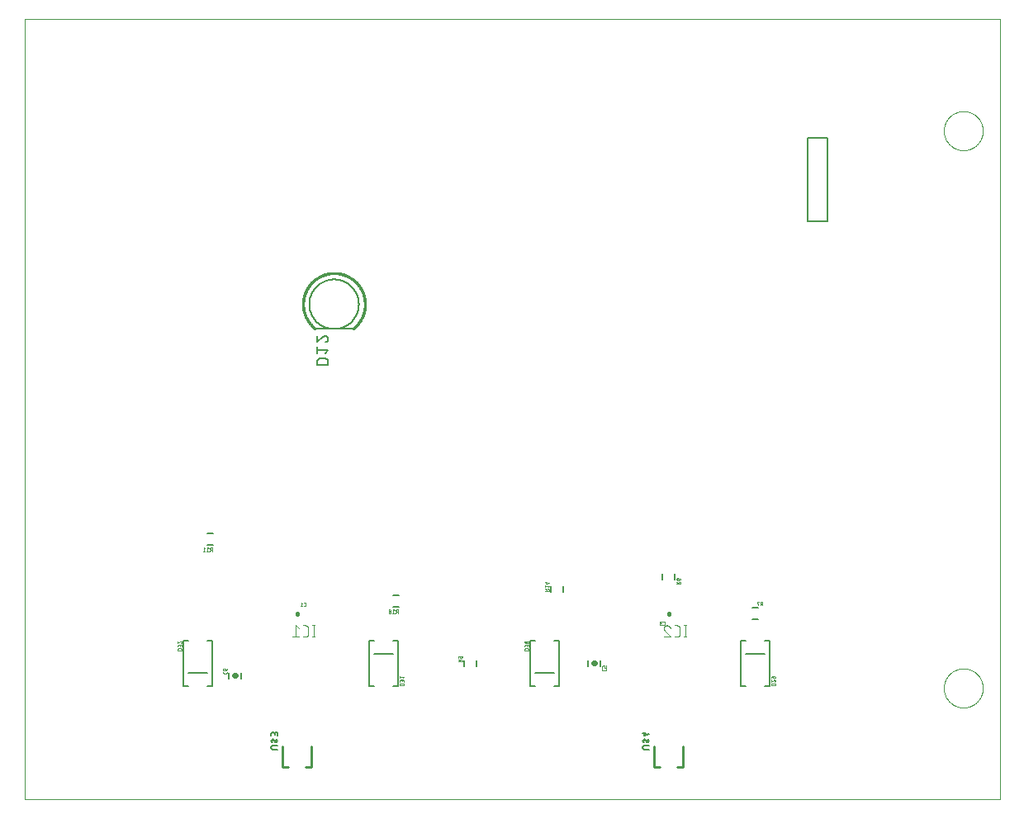
<source format=gbo>
G75*
%MOIN*%
%OFA0B0*%
%FSLAX25Y25*%
%IPPOS*%
%LPD*%
%AMOC8*
5,1,8,0,0,1.08239X$1,22.5*
%
%ADD10C,0.00000*%
%ADD11C,0.00800*%
%ADD12C,0.00100*%
%ADD13C,0.00600*%
%ADD14C,0.00500*%
%ADD15C,0.00400*%
%ADD16C,0.02200*%
%ADD17C,0.01500*%
%ADD18C,0.01000*%
D10*
X0001300Y0022263D02*
X0001300Y0337223D01*
X0395001Y0337223D01*
X0395001Y0022263D01*
X0001300Y0022263D01*
X0372442Y0067263D02*
X0372444Y0067456D01*
X0372451Y0067649D01*
X0372463Y0067842D01*
X0372480Y0068035D01*
X0372501Y0068227D01*
X0372527Y0068418D01*
X0372558Y0068609D01*
X0372593Y0068799D01*
X0372633Y0068988D01*
X0372678Y0069176D01*
X0372727Y0069363D01*
X0372781Y0069549D01*
X0372839Y0069733D01*
X0372902Y0069916D01*
X0372970Y0070097D01*
X0373041Y0070276D01*
X0373118Y0070454D01*
X0373198Y0070630D01*
X0373283Y0070803D01*
X0373372Y0070975D01*
X0373465Y0071144D01*
X0373562Y0071311D01*
X0373664Y0071476D01*
X0373769Y0071638D01*
X0373878Y0071797D01*
X0373992Y0071954D01*
X0374109Y0072107D01*
X0374229Y0072258D01*
X0374354Y0072406D01*
X0374482Y0072551D01*
X0374613Y0072692D01*
X0374748Y0072831D01*
X0374887Y0072966D01*
X0375028Y0073097D01*
X0375173Y0073225D01*
X0375321Y0073350D01*
X0375472Y0073470D01*
X0375625Y0073587D01*
X0375782Y0073701D01*
X0375941Y0073810D01*
X0376103Y0073915D01*
X0376268Y0074017D01*
X0376435Y0074114D01*
X0376604Y0074207D01*
X0376776Y0074296D01*
X0376949Y0074381D01*
X0377125Y0074461D01*
X0377303Y0074538D01*
X0377482Y0074609D01*
X0377663Y0074677D01*
X0377846Y0074740D01*
X0378030Y0074798D01*
X0378216Y0074852D01*
X0378403Y0074901D01*
X0378591Y0074946D01*
X0378780Y0074986D01*
X0378970Y0075021D01*
X0379161Y0075052D01*
X0379352Y0075078D01*
X0379544Y0075099D01*
X0379737Y0075116D01*
X0379930Y0075128D01*
X0380123Y0075135D01*
X0380316Y0075137D01*
X0380509Y0075135D01*
X0380702Y0075128D01*
X0380895Y0075116D01*
X0381088Y0075099D01*
X0381280Y0075078D01*
X0381471Y0075052D01*
X0381662Y0075021D01*
X0381852Y0074986D01*
X0382041Y0074946D01*
X0382229Y0074901D01*
X0382416Y0074852D01*
X0382602Y0074798D01*
X0382786Y0074740D01*
X0382969Y0074677D01*
X0383150Y0074609D01*
X0383329Y0074538D01*
X0383507Y0074461D01*
X0383683Y0074381D01*
X0383856Y0074296D01*
X0384028Y0074207D01*
X0384197Y0074114D01*
X0384364Y0074017D01*
X0384529Y0073915D01*
X0384691Y0073810D01*
X0384850Y0073701D01*
X0385007Y0073587D01*
X0385160Y0073470D01*
X0385311Y0073350D01*
X0385459Y0073225D01*
X0385604Y0073097D01*
X0385745Y0072966D01*
X0385884Y0072831D01*
X0386019Y0072692D01*
X0386150Y0072551D01*
X0386278Y0072406D01*
X0386403Y0072258D01*
X0386523Y0072107D01*
X0386640Y0071954D01*
X0386754Y0071797D01*
X0386863Y0071638D01*
X0386968Y0071476D01*
X0387070Y0071311D01*
X0387167Y0071144D01*
X0387260Y0070975D01*
X0387349Y0070803D01*
X0387434Y0070630D01*
X0387514Y0070454D01*
X0387591Y0070276D01*
X0387662Y0070097D01*
X0387730Y0069916D01*
X0387793Y0069733D01*
X0387851Y0069549D01*
X0387905Y0069363D01*
X0387954Y0069176D01*
X0387999Y0068988D01*
X0388039Y0068799D01*
X0388074Y0068609D01*
X0388105Y0068418D01*
X0388131Y0068227D01*
X0388152Y0068035D01*
X0388169Y0067842D01*
X0388181Y0067649D01*
X0388188Y0067456D01*
X0388190Y0067263D01*
X0388188Y0067070D01*
X0388181Y0066877D01*
X0388169Y0066684D01*
X0388152Y0066491D01*
X0388131Y0066299D01*
X0388105Y0066108D01*
X0388074Y0065917D01*
X0388039Y0065727D01*
X0387999Y0065538D01*
X0387954Y0065350D01*
X0387905Y0065163D01*
X0387851Y0064977D01*
X0387793Y0064793D01*
X0387730Y0064610D01*
X0387662Y0064429D01*
X0387591Y0064250D01*
X0387514Y0064072D01*
X0387434Y0063896D01*
X0387349Y0063723D01*
X0387260Y0063551D01*
X0387167Y0063382D01*
X0387070Y0063215D01*
X0386968Y0063050D01*
X0386863Y0062888D01*
X0386754Y0062729D01*
X0386640Y0062572D01*
X0386523Y0062419D01*
X0386403Y0062268D01*
X0386278Y0062120D01*
X0386150Y0061975D01*
X0386019Y0061834D01*
X0385884Y0061695D01*
X0385745Y0061560D01*
X0385604Y0061429D01*
X0385459Y0061301D01*
X0385311Y0061176D01*
X0385160Y0061056D01*
X0385007Y0060939D01*
X0384850Y0060825D01*
X0384691Y0060716D01*
X0384529Y0060611D01*
X0384364Y0060509D01*
X0384197Y0060412D01*
X0384028Y0060319D01*
X0383856Y0060230D01*
X0383683Y0060145D01*
X0383507Y0060065D01*
X0383329Y0059988D01*
X0383150Y0059917D01*
X0382969Y0059849D01*
X0382786Y0059786D01*
X0382602Y0059728D01*
X0382416Y0059674D01*
X0382229Y0059625D01*
X0382041Y0059580D01*
X0381852Y0059540D01*
X0381662Y0059505D01*
X0381471Y0059474D01*
X0381280Y0059448D01*
X0381088Y0059427D01*
X0380895Y0059410D01*
X0380702Y0059398D01*
X0380509Y0059391D01*
X0380316Y0059389D01*
X0380123Y0059391D01*
X0379930Y0059398D01*
X0379737Y0059410D01*
X0379544Y0059427D01*
X0379352Y0059448D01*
X0379161Y0059474D01*
X0378970Y0059505D01*
X0378780Y0059540D01*
X0378591Y0059580D01*
X0378403Y0059625D01*
X0378216Y0059674D01*
X0378030Y0059728D01*
X0377846Y0059786D01*
X0377663Y0059849D01*
X0377482Y0059917D01*
X0377303Y0059988D01*
X0377125Y0060065D01*
X0376949Y0060145D01*
X0376776Y0060230D01*
X0376604Y0060319D01*
X0376435Y0060412D01*
X0376268Y0060509D01*
X0376103Y0060611D01*
X0375941Y0060716D01*
X0375782Y0060825D01*
X0375625Y0060939D01*
X0375472Y0061056D01*
X0375321Y0061176D01*
X0375173Y0061301D01*
X0375028Y0061429D01*
X0374887Y0061560D01*
X0374748Y0061695D01*
X0374613Y0061834D01*
X0374482Y0061975D01*
X0374354Y0062120D01*
X0374229Y0062268D01*
X0374109Y0062419D01*
X0373992Y0062572D01*
X0373878Y0062729D01*
X0373769Y0062888D01*
X0373664Y0063050D01*
X0373562Y0063215D01*
X0373465Y0063382D01*
X0373372Y0063551D01*
X0373283Y0063723D01*
X0373198Y0063896D01*
X0373118Y0064072D01*
X0373041Y0064250D01*
X0372970Y0064429D01*
X0372902Y0064610D01*
X0372839Y0064793D01*
X0372781Y0064977D01*
X0372727Y0065163D01*
X0372678Y0065350D01*
X0372633Y0065538D01*
X0372593Y0065727D01*
X0372558Y0065917D01*
X0372527Y0066108D01*
X0372501Y0066299D01*
X0372480Y0066491D01*
X0372463Y0066684D01*
X0372451Y0066877D01*
X0372444Y0067070D01*
X0372442Y0067263D01*
X0372442Y0292263D02*
X0372444Y0292456D01*
X0372451Y0292649D01*
X0372463Y0292842D01*
X0372480Y0293035D01*
X0372501Y0293227D01*
X0372527Y0293418D01*
X0372558Y0293609D01*
X0372593Y0293799D01*
X0372633Y0293988D01*
X0372678Y0294176D01*
X0372727Y0294363D01*
X0372781Y0294549D01*
X0372839Y0294733D01*
X0372902Y0294916D01*
X0372970Y0295097D01*
X0373041Y0295276D01*
X0373118Y0295454D01*
X0373198Y0295630D01*
X0373283Y0295803D01*
X0373372Y0295975D01*
X0373465Y0296144D01*
X0373562Y0296311D01*
X0373664Y0296476D01*
X0373769Y0296638D01*
X0373878Y0296797D01*
X0373992Y0296954D01*
X0374109Y0297107D01*
X0374229Y0297258D01*
X0374354Y0297406D01*
X0374482Y0297551D01*
X0374613Y0297692D01*
X0374748Y0297831D01*
X0374887Y0297966D01*
X0375028Y0298097D01*
X0375173Y0298225D01*
X0375321Y0298350D01*
X0375472Y0298470D01*
X0375625Y0298587D01*
X0375782Y0298701D01*
X0375941Y0298810D01*
X0376103Y0298915D01*
X0376268Y0299017D01*
X0376435Y0299114D01*
X0376604Y0299207D01*
X0376776Y0299296D01*
X0376949Y0299381D01*
X0377125Y0299461D01*
X0377303Y0299538D01*
X0377482Y0299609D01*
X0377663Y0299677D01*
X0377846Y0299740D01*
X0378030Y0299798D01*
X0378216Y0299852D01*
X0378403Y0299901D01*
X0378591Y0299946D01*
X0378780Y0299986D01*
X0378970Y0300021D01*
X0379161Y0300052D01*
X0379352Y0300078D01*
X0379544Y0300099D01*
X0379737Y0300116D01*
X0379930Y0300128D01*
X0380123Y0300135D01*
X0380316Y0300137D01*
X0380509Y0300135D01*
X0380702Y0300128D01*
X0380895Y0300116D01*
X0381088Y0300099D01*
X0381280Y0300078D01*
X0381471Y0300052D01*
X0381662Y0300021D01*
X0381852Y0299986D01*
X0382041Y0299946D01*
X0382229Y0299901D01*
X0382416Y0299852D01*
X0382602Y0299798D01*
X0382786Y0299740D01*
X0382969Y0299677D01*
X0383150Y0299609D01*
X0383329Y0299538D01*
X0383507Y0299461D01*
X0383683Y0299381D01*
X0383856Y0299296D01*
X0384028Y0299207D01*
X0384197Y0299114D01*
X0384364Y0299017D01*
X0384529Y0298915D01*
X0384691Y0298810D01*
X0384850Y0298701D01*
X0385007Y0298587D01*
X0385160Y0298470D01*
X0385311Y0298350D01*
X0385459Y0298225D01*
X0385604Y0298097D01*
X0385745Y0297966D01*
X0385884Y0297831D01*
X0386019Y0297692D01*
X0386150Y0297551D01*
X0386278Y0297406D01*
X0386403Y0297258D01*
X0386523Y0297107D01*
X0386640Y0296954D01*
X0386754Y0296797D01*
X0386863Y0296638D01*
X0386968Y0296476D01*
X0387070Y0296311D01*
X0387167Y0296144D01*
X0387260Y0295975D01*
X0387349Y0295803D01*
X0387434Y0295630D01*
X0387514Y0295454D01*
X0387591Y0295276D01*
X0387662Y0295097D01*
X0387730Y0294916D01*
X0387793Y0294733D01*
X0387851Y0294549D01*
X0387905Y0294363D01*
X0387954Y0294176D01*
X0387999Y0293988D01*
X0388039Y0293799D01*
X0388074Y0293609D01*
X0388105Y0293418D01*
X0388131Y0293227D01*
X0388152Y0293035D01*
X0388169Y0292842D01*
X0388181Y0292649D01*
X0388188Y0292456D01*
X0388190Y0292263D01*
X0388188Y0292070D01*
X0388181Y0291877D01*
X0388169Y0291684D01*
X0388152Y0291491D01*
X0388131Y0291299D01*
X0388105Y0291108D01*
X0388074Y0290917D01*
X0388039Y0290727D01*
X0387999Y0290538D01*
X0387954Y0290350D01*
X0387905Y0290163D01*
X0387851Y0289977D01*
X0387793Y0289793D01*
X0387730Y0289610D01*
X0387662Y0289429D01*
X0387591Y0289250D01*
X0387514Y0289072D01*
X0387434Y0288896D01*
X0387349Y0288723D01*
X0387260Y0288551D01*
X0387167Y0288382D01*
X0387070Y0288215D01*
X0386968Y0288050D01*
X0386863Y0287888D01*
X0386754Y0287729D01*
X0386640Y0287572D01*
X0386523Y0287419D01*
X0386403Y0287268D01*
X0386278Y0287120D01*
X0386150Y0286975D01*
X0386019Y0286834D01*
X0385884Y0286695D01*
X0385745Y0286560D01*
X0385604Y0286429D01*
X0385459Y0286301D01*
X0385311Y0286176D01*
X0385160Y0286056D01*
X0385007Y0285939D01*
X0384850Y0285825D01*
X0384691Y0285716D01*
X0384529Y0285611D01*
X0384364Y0285509D01*
X0384197Y0285412D01*
X0384028Y0285319D01*
X0383856Y0285230D01*
X0383683Y0285145D01*
X0383507Y0285065D01*
X0383329Y0284988D01*
X0383150Y0284917D01*
X0382969Y0284849D01*
X0382786Y0284786D01*
X0382602Y0284728D01*
X0382416Y0284674D01*
X0382229Y0284625D01*
X0382041Y0284580D01*
X0381852Y0284540D01*
X0381662Y0284505D01*
X0381471Y0284474D01*
X0381280Y0284448D01*
X0381088Y0284427D01*
X0380895Y0284410D01*
X0380702Y0284398D01*
X0380509Y0284391D01*
X0380316Y0284389D01*
X0380123Y0284391D01*
X0379930Y0284398D01*
X0379737Y0284410D01*
X0379544Y0284427D01*
X0379352Y0284448D01*
X0379161Y0284474D01*
X0378970Y0284505D01*
X0378780Y0284540D01*
X0378591Y0284580D01*
X0378403Y0284625D01*
X0378216Y0284674D01*
X0378030Y0284728D01*
X0377846Y0284786D01*
X0377663Y0284849D01*
X0377482Y0284917D01*
X0377303Y0284988D01*
X0377125Y0285065D01*
X0376949Y0285145D01*
X0376776Y0285230D01*
X0376604Y0285319D01*
X0376435Y0285412D01*
X0376268Y0285509D01*
X0376103Y0285611D01*
X0375941Y0285716D01*
X0375782Y0285825D01*
X0375625Y0285939D01*
X0375472Y0286056D01*
X0375321Y0286176D01*
X0375173Y0286301D01*
X0375028Y0286429D01*
X0374887Y0286560D01*
X0374748Y0286695D01*
X0374613Y0286834D01*
X0374482Y0286975D01*
X0374354Y0287120D01*
X0374229Y0287268D01*
X0374109Y0287419D01*
X0373992Y0287572D01*
X0373878Y0287729D01*
X0373769Y0287888D01*
X0373664Y0288050D01*
X0373562Y0288215D01*
X0373465Y0288382D01*
X0373372Y0288551D01*
X0373283Y0288723D01*
X0373198Y0288896D01*
X0373118Y0289072D01*
X0373041Y0289250D01*
X0372970Y0289429D01*
X0372902Y0289610D01*
X0372839Y0289793D01*
X0372781Y0289977D01*
X0372727Y0290163D01*
X0372678Y0290350D01*
X0372633Y0290538D01*
X0372593Y0290727D01*
X0372558Y0290917D01*
X0372527Y0291108D01*
X0372501Y0291299D01*
X0372480Y0291491D01*
X0372463Y0291684D01*
X0372451Y0291877D01*
X0372444Y0292070D01*
X0372442Y0292263D01*
D11*
X0302009Y0086318D02*
X0300237Y0086318D01*
X0302009Y0086318D02*
X0302009Y0068207D01*
X0300237Y0068207D01*
X0292363Y0068207D02*
X0290591Y0068207D01*
X0290591Y0086318D01*
X0292363Y0086318D01*
X0292363Y0081200D02*
X0300237Y0081200D01*
X0217009Y0086318D02*
X0217009Y0068207D01*
X0215237Y0068207D01*
X0207363Y0068207D02*
X0205591Y0068207D01*
X0205591Y0086318D01*
X0207363Y0086318D01*
X0215237Y0086318D02*
X0217009Y0086318D01*
X0215237Y0073326D02*
X0207363Y0073326D01*
X0152009Y0068207D02*
X0152009Y0086318D01*
X0150237Y0086318D01*
X0142363Y0086318D02*
X0140591Y0086318D01*
X0140591Y0068207D01*
X0142363Y0068207D01*
X0150237Y0068207D02*
X0152009Y0068207D01*
X0150237Y0081200D02*
X0142363Y0081200D01*
X0077009Y0086318D02*
X0077009Y0068207D01*
X0075237Y0068207D01*
X0075237Y0073326D02*
X0067363Y0073326D01*
X0067363Y0068207D02*
X0065591Y0068207D01*
X0065591Y0086318D01*
X0067363Y0086318D01*
X0075237Y0086318D02*
X0077009Y0086318D01*
X0118800Y0212263D02*
X0133800Y0212263D01*
D12*
X0134109Y0211934D02*
X0133569Y0212654D01*
X0133570Y0212653D02*
X0133803Y0212834D01*
X0134031Y0213020D01*
X0134255Y0213212D01*
X0134474Y0213409D01*
X0134688Y0213611D01*
X0134897Y0213819D01*
X0135100Y0214032D01*
X0135299Y0214249D01*
X0135492Y0214472D01*
X0135680Y0214699D01*
X0135862Y0214930D01*
X0136039Y0215166D01*
X0136209Y0215407D01*
X0136374Y0215651D01*
X0136532Y0215899D01*
X0136685Y0216151D01*
X0136831Y0216407D01*
X0136971Y0216666D01*
X0137105Y0216929D01*
X0137232Y0217194D01*
X0137353Y0217463D01*
X0137467Y0217735D01*
X0137574Y0218009D01*
X0137675Y0218286D01*
X0137769Y0218565D01*
X0137856Y0218847D01*
X0137936Y0219130D01*
X0138009Y0219416D01*
X0138075Y0219703D01*
X0138134Y0219992D01*
X0138186Y0220282D01*
X0138231Y0220573D01*
X0138269Y0220865D01*
X0138299Y0221158D01*
X0138323Y0221452D01*
X0138339Y0221746D01*
X0138348Y0222040D01*
X0138350Y0222335D01*
X0138344Y0222630D01*
X0138332Y0222924D01*
X0138312Y0223218D01*
X0138285Y0223511D01*
X0138251Y0223804D01*
X0138210Y0224096D01*
X0138161Y0224386D01*
X0138106Y0224676D01*
X0138044Y0224963D01*
X0137974Y0225250D01*
X0137897Y0225534D01*
X0137814Y0225817D01*
X0137724Y0226097D01*
X0137627Y0226375D01*
X0137523Y0226651D01*
X0137412Y0226924D01*
X0137295Y0227194D01*
X0137171Y0227462D01*
X0137041Y0227726D01*
X0136904Y0227987D01*
X0136761Y0228244D01*
X0136611Y0228498D01*
X0136456Y0228749D01*
X0136294Y0228995D01*
X0136127Y0229237D01*
X0135953Y0229475D01*
X0135774Y0229709D01*
X0135589Y0229939D01*
X0135399Y0230163D01*
X0135203Y0230384D01*
X0135002Y0230599D01*
X0134795Y0230809D01*
X0134584Y0231014D01*
X0134367Y0231214D01*
X0134146Y0231409D01*
X0133920Y0231598D01*
X0133690Y0231781D01*
X0133455Y0231959D01*
X0133215Y0232131D01*
X0132972Y0232297D01*
X0132725Y0232457D01*
X0132474Y0232611D01*
X0132219Y0232759D01*
X0131960Y0232901D01*
X0131699Y0233036D01*
X0131434Y0233165D01*
X0131166Y0233287D01*
X0130895Y0233403D01*
X0130621Y0233512D01*
X0130345Y0233614D01*
X0130066Y0233709D01*
X0129785Y0233798D01*
X0129502Y0233880D01*
X0129217Y0233955D01*
X0128930Y0234022D01*
X0128642Y0234083D01*
X0128352Y0234137D01*
X0128061Y0234184D01*
X0127769Y0234223D01*
X0127477Y0234255D01*
X0127183Y0234281D01*
X0126889Y0234299D01*
X0126595Y0234309D01*
X0126300Y0234313D01*
X0126005Y0234309D01*
X0125711Y0234299D01*
X0125417Y0234281D01*
X0125123Y0234255D01*
X0124831Y0234223D01*
X0124539Y0234184D01*
X0124248Y0234137D01*
X0123958Y0234083D01*
X0123670Y0234022D01*
X0123383Y0233955D01*
X0123098Y0233880D01*
X0122815Y0233798D01*
X0122534Y0233709D01*
X0122255Y0233614D01*
X0121979Y0233512D01*
X0121705Y0233403D01*
X0121434Y0233287D01*
X0121166Y0233165D01*
X0120901Y0233036D01*
X0120640Y0232901D01*
X0120381Y0232759D01*
X0120126Y0232611D01*
X0119875Y0232457D01*
X0119628Y0232297D01*
X0119385Y0232131D01*
X0119145Y0231959D01*
X0118910Y0231781D01*
X0118680Y0231598D01*
X0118454Y0231409D01*
X0118233Y0231214D01*
X0118016Y0231014D01*
X0117805Y0230809D01*
X0117598Y0230599D01*
X0117397Y0230384D01*
X0117201Y0230163D01*
X0117011Y0229939D01*
X0116826Y0229709D01*
X0116647Y0229475D01*
X0116473Y0229237D01*
X0116306Y0228995D01*
X0116144Y0228749D01*
X0115989Y0228498D01*
X0115839Y0228244D01*
X0115696Y0227987D01*
X0115559Y0227726D01*
X0115429Y0227462D01*
X0115305Y0227194D01*
X0115188Y0226924D01*
X0115077Y0226651D01*
X0114973Y0226375D01*
X0114876Y0226097D01*
X0114786Y0225817D01*
X0114703Y0225534D01*
X0114626Y0225250D01*
X0114556Y0224963D01*
X0114494Y0224676D01*
X0114439Y0224386D01*
X0114390Y0224096D01*
X0114349Y0223804D01*
X0114315Y0223511D01*
X0114288Y0223218D01*
X0114268Y0222924D01*
X0114256Y0222630D01*
X0114250Y0222335D01*
X0114252Y0222040D01*
X0114261Y0221746D01*
X0114277Y0221452D01*
X0114301Y0221158D01*
X0114331Y0220865D01*
X0114369Y0220573D01*
X0114414Y0220282D01*
X0114466Y0219992D01*
X0114525Y0219703D01*
X0114591Y0219416D01*
X0114664Y0219130D01*
X0114744Y0218847D01*
X0114831Y0218565D01*
X0114925Y0218286D01*
X0115026Y0218009D01*
X0115133Y0217735D01*
X0115247Y0217463D01*
X0115368Y0217194D01*
X0115495Y0216929D01*
X0115629Y0216666D01*
X0115769Y0216407D01*
X0115915Y0216151D01*
X0116068Y0215899D01*
X0116226Y0215651D01*
X0116391Y0215407D01*
X0116561Y0215166D01*
X0116738Y0214930D01*
X0116920Y0214699D01*
X0117108Y0214472D01*
X0117301Y0214249D01*
X0117500Y0214032D01*
X0117703Y0213819D01*
X0117912Y0213611D01*
X0118126Y0213409D01*
X0118345Y0213212D01*
X0118569Y0213020D01*
X0118797Y0212834D01*
X0119030Y0212653D01*
X0118491Y0211934D01*
X0118490Y0211933D01*
X0118240Y0212127D01*
X0117994Y0212327D01*
X0117754Y0212533D01*
X0117519Y0212745D01*
X0117289Y0212963D01*
X0117064Y0213186D01*
X0116845Y0213414D01*
X0116631Y0213648D01*
X0116423Y0213887D01*
X0116221Y0214131D01*
X0116026Y0214380D01*
X0115836Y0214634D01*
X0115653Y0214892D01*
X0115476Y0215154D01*
X0115305Y0215421D01*
X0115141Y0215692D01*
X0114984Y0215967D01*
X0114833Y0216245D01*
X0114689Y0216528D01*
X0114553Y0216813D01*
X0114423Y0217102D01*
X0114300Y0217394D01*
X0114185Y0217689D01*
X0114077Y0217986D01*
X0113976Y0218287D01*
X0113882Y0218589D01*
X0113796Y0218894D01*
X0113717Y0219201D01*
X0113646Y0219509D01*
X0113583Y0219819D01*
X0113527Y0220131D01*
X0113478Y0220444D01*
X0113438Y0220758D01*
X0113405Y0221073D01*
X0113380Y0221389D01*
X0113362Y0221705D01*
X0113352Y0222021D01*
X0113350Y0222338D01*
X0113356Y0222655D01*
X0113369Y0222971D01*
X0113391Y0223287D01*
X0113419Y0223602D01*
X0113456Y0223917D01*
X0113500Y0224230D01*
X0113552Y0224543D01*
X0113612Y0224854D01*
X0113679Y0225163D01*
X0113754Y0225471D01*
X0113836Y0225777D01*
X0113925Y0226080D01*
X0114022Y0226382D01*
X0114127Y0226681D01*
X0114239Y0226977D01*
X0114357Y0227271D01*
X0114483Y0227561D01*
X0114616Y0227848D01*
X0114757Y0228133D01*
X0114904Y0228413D01*
X0115057Y0228690D01*
X0115218Y0228963D01*
X0115385Y0229232D01*
X0115559Y0229497D01*
X0115739Y0229757D01*
X0115925Y0230013D01*
X0116118Y0230264D01*
X0116316Y0230511D01*
X0116521Y0230753D01*
X0116731Y0230989D01*
X0116948Y0231221D01*
X0117170Y0231446D01*
X0117397Y0231667D01*
X0117629Y0231882D01*
X0117867Y0232091D01*
X0118110Y0232294D01*
X0118358Y0232492D01*
X0118610Y0232683D01*
X0118867Y0232868D01*
X0119129Y0233046D01*
X0119395Y0233218D01*
X0119664Y0233384D01*
X0119938Y0233543D01*
X0120216Y0233695D01*
X0120497Y0233840D01*
X0120782Y0233979D01*
X0121070Y0234110D01*
X0121362Y0234234D01*
X0121656Y0234352D01*
X0121953Y0234462D01*
X0122252Y0234564D01*
X0122554Y0234659D01*
X0122858Y0234747D01*
X0123165Y0234828D01*
X0123473Y0234901D01*
X0123783Y0234966D01*
X0124094Y0235024D01*
X0124407Y0235074D01*
X0124721Y0235116D01*
X0125035Y0235151D01*
X0125351Y0235178D01*
X0125667Y0235198D01*
X0125983Y0235209D01*
X0126300Y0235213D01*
X0126617Y0235209D01*
X0126933Y0235198D01*
X0127249Y0235178D01*
X0127565Y0235151D01*
X0127879Y0235116D01*
X0128193Y0235074D01*
X0128506Y0235024D01*
X0128817Y0234966D01*
X0129127Y0234901D01*
X0129435Y0234828D01*
X0129742Y0234747D01*
X0130046Y0234659D01*
X0130348Y0234564D01*
X0130647Y0234462D01*
X0130944Y0234352D01*
X0131238Y0234234D01*
X0131530Y0234110D01*
X0131818Y0233979D01*
X0132103Y0233840D01*
X0132384Y0233695D01*
X0132662Y0233543D01*
X0132936Y0233384D01*
X0133205Y0233218D01*
X0133471Y0233046D01*
X0133733Y0232868D01*
X0133990Y0232683D01*
X0134242Y0232492D01*
X0134490Y0232294D01*
X0134733Y0232091D01*
X0134971Y0231882D01*
X0135203Y0231667D01*
X0135430Y0231446D01*
X0135652Y0231221D01*
X0135869Y0230989D01*
X0136079Y0230753D01*
X0136284Y0230511D01*
X0136482Y0230264D01*
X0136675Y0230013D01*
X0136861Y0229757D01*
X0137041Y0229497D01*
X0137215Y0229232D01*
X0137382Y0228963D01*
X0137543Y0228690D01*
X0137696Y0228413D01*
X0137843Y0228133D01*
X0137984Y0227848D01*
X0138117Y0227561D01*
X0138243Y0227271D01*
X0138361Y0226977D01*
X0138473Y0226681D01*
X0138578Y0226382D01*
X0138675Y0226080D01*
X0138764Y0225777D01*
X0138846Y0225471D01*
X0138921Y0225163D01*
X0138988Y0224854D01*
X0139048Y0224543D01*
X0139100Y0224230D01*
X0139144Y0223917D01*
X0139181Y0223602D01*
X0139209Y0223287D01*
X0139231Y0222971D01*
X0139244Y0222655D01*
X0139250Y0222338D01*
X0139248Y0222021D01*
X0139238Y0221705D01*
X0139220Y0221389D01*
X0139195Y0221073D01*
X0139162Y0220758D01*
X0139122Y0220444D01*
X0139073Y0220131D01*
X0139017Y0219819D01*
X0138954Y0219509D01*
X0138883Y0219201D01*
X0138804Y0218894D01*
X0138718Y0218589D01*
X0138624Y0218287D01*
X0138523Y0217986D01*
X0138415Y0217689D01*
X0138300Y0217394D01*
X0138177Y0217102D01*
X0138047Y0216813D01*
X0137911Y0216528D01*
X0137767Y0216245D01*
X0137616Y0215967D01*
X0137459Y0215692D01*
X0137295Y0215421D01*
X0137124Y0215154D01*
X0136947Y0214892D01*
X0136764Y0214634D01*
X0136574Y0214380D01*
X0136379Y0214131D01*
X0136177Y0213887D01*
X0135969Y0213648D01*
X0135755Y0213414D01*
X0135536Y0213186D01*
X0135311Y0212963D01*
X0135081Y0212745D01*
X0134846Y0212533D01*
X0134606Y0212327D01*
X0134360Y0212127D01*
X0134110Y0211933D01*
X0134054Y0212008D01*
X0134302Y0212201D01*
X0134546Y0212400D01*
X0134784Y0212604D01*
X0135018Y0212814D01*
X0135246Y0213030D01*
X0135469Y0213252D01*
X0135687Y0213479D01*
X0135899Y0213711D01*
X0136105Y0213948D01*
X0136306Y0214190D01*
X0136500Y0214438D01*
X0136688Y0214689D01*
X0136870Y0214946D01*
X0137046Y0215206D01*
X0137215Y0215471D01*
X0137378Y0215740D01*
X0137534Y0216013D01*
X0137684Y0216289D01*
X0137826Y0216569D01*
X0137962Y0216853D01*
X0138091Y0217140D01*
X0138213Y0217430D01*
X0138327Y0217722D01*
X0138435Y0218018D01*
X0138535Y0218316D01*
X0138628Y0218616D01*
X0138713Y0218919D01*
X0138791Y0219223D01*
X0138862Y0219529D01*
X0138925Y0219837D01*
X0138981Y0220147D01*
X0139029Y0220457D01*
X0139069Y0220769D01*
X0139102Y0221082D01*
X0139127Y0221395D01*
X0139144Y0221709D01*
X0139154Y0222023D01*
X0139156Y0222338D01*
X0139150Y0222652D01*
X0139137Y0222966D01*
X0139116Y0223280D01*
X0139087Y0223593D01*
X0139051Y0223905D01*
X0139007Y0224216D01*
X0138955Y0224526D01*
X0138896Y0224835D01*
X0138829Y0225142D01*
X0138755Y0225448D01*
X0138674Y0225751D01*
X0138585Y0226053D01*
X0138488Y0226352D01*
X0138385Y0226649D01*
X0138274Y0226943D01*
X0138156Y0227234D01*
X0138031Y0227523D01*
X0137899Y0227808D01*
X0137760Y0228090D01*
X0137614Y0228368D01*
X0137461Y0228643D01*
X0137302Y0228914D01*
X0137136Y0229181D01*
X0136963Y0229444D01*
X0136785Y0229703D01*
X0136600Y0229957D01*
X0136408Y0230206D01*
X0136211Y0230451D01*
X0136008Y0230691D01*
X0135799Y0230926D01*
X0135584Y0231156D01*
X0135364Y0231380D01*
X0135139Y0231599D01*
X0134908Y0231812D01*
X0134672Y0232020D01*
X0134430Y0232222D01*
X0134185Y0232417D01*
X0133934Y0232607D01*
X0133679Y0232791D01*
X0133419Y0232968D01*
X0133155Y0233139D01*
X0132887Y0233303D01*
X0132615Y0233461D01*
X0132340Y0233612D01*
X0132060Y0233756D01*
X0131778Y0233894D01*
X0131492Y0234024D01*
X0131203Y0234148D01*
X0130910Y0234264D01*
X0130616Y0234373D01*
X0130318Y0234475D01*
X0130019Y0234569D01*
X0129716Y0234657D01*
X0129412Y0234737D01*
X0129107Y0234809D01*
X0128799Y0234874D01*
X0128490Y0234931D01*
X0128179Y0234981D01*
X0127868Y0235023D01*
X0127555Y0235058D01*
X0127242Y0235084D01*
X0126928Y0235104D01*
X0126614Y0235115D01*
X0126300Y0235119D01*
X0125986Y0235115D01*
X0125672Y0235104D01*
X0125358Y0235084D01*
X0125045Y0235058D01*
X0124732Y0235023D01*
X0124421Y0234981D01*
X0124110Y0234931D01*
X0123801Y0234874D01*
X0123493Y0234809D01*
X0123188Y0234737D01*
X0122884Y0234657D01*
X0122581Y0234569D01*
X0122282Y0234475D01*
X0121984Y0234373D01*
X0121690Y0234264D01*
X0121397Y0234148D01*
X0121108Y0234024D01*
X0120822Y0233894D01*
X0120540Y0233756D01*
X0120260Y0233612D01*
X0119985Y0233461D01*
X0119713Y0233303D01*
X0119445Y0233139D01*
X0119181Y0232968D01*
X0118921Y0232791D01*
X0118666Y0232607D01*
X0118415Y0232417D01*
X0118170Y0232222D01*
X0117928Y0232020D01*
X0117692Y0231812D01*
X0117461Y0231599D01*
X0117236Y0231380D01*
X0117016Y0231156D01*
X0116801Y0230926D01*
X0116592Y0230691D01*
X0116389Y0230451D01*
X0116192Y0230206D01*
X0116000Y0229957D01*
X0115815Y0229703D01*
X0115637Y0229444D01*
X0115464Y0229181D01*
X0115298Y0228914D01*
X0115139Y0228643D01*
X0114986Y0228368D01*
X0114840Y0228090D01*
X0114701Y0227808D01*
X0114569Y0227523D01*
X0114444Y0227234D01*
X0114326Y0226943D01*
X0114215Y0226649D01*
X0114112Y0226352D01*
X0114015Y0226053D01*
X0113926Y0225751D01*
X0113845Y0225448D01*
X0113771Y0225142D01*
X0113704Y0224835D01*
X0113645Y0224526D01*
X0113593Y0224216D01*
X0113549Y0223905D01*
X0113513Y0223593D01*
X0113484Y0223280D01*
X0113463Y0222966D01*
X0113450Y0222652D01*
X0113444Y0222338D01*
X0113446Y0222023D01*
X0113456Y0221709D01*
X0113473Y0221395D01*
X0113498Y0221082D01*
X0113531Y0220769D01*
X0113571Y0220457D01*
X0113619Y0220147D01*
X0113675Y0219837D01*
X0113738Y0219529D01*
X0113809Y0219223D01*
X0113887Y0218919D01*
X0113972Y0218616D01*
X0114065Y0218316D01*
X0114165Y0218018D01*
X0114273Y0217722D01*
X0114387Y0217430D01*
X0114509Y0217140D01*
X0114638Y0216853D01*
X0114774Y0216569D01*
X0114916Y0216289D01*
X0115066Y0216013D01*
X0115222Y0215740D01*
X0115385Y0215471D01*
X0115554Y0215206D01*
X0115730Y0214946D01*
X0115912Y0214689D01*
X0116100Y0214438D01*
X0116294Y0214190D01*
X0116495Y0213948D01*
X0116701Y0213711D01*
X0116913Y0213479D01*
X0117131Y0213252D01*
X0117354Y0213030D01*
X0117582Y0212814D01*
X0117816Y0212604D01*
X0118054Y0212400D01*
X0118298Y0212201D01*
X0118546Y0212008D01*
X0118603Y0212083D01*
X0118356Y0212275D01*
X0118114Y0212472D01*
X0117877Y0212675D01*
X0117646Y0212884D01*
X0117419Y0213098D01*
X0117197Y0213318D01*
X0116981Y0213543D01*
X0116771Y0213774D01*
X0116566Y0214009D01*
X0116367Y0214250D01*
X0116174Y0214495D01*
X0115988Y0214745D01*
X0115807Y0214999D01*
X0115632Y0215258D01*
X0115464Y0215521D01*
X0115303Y0215788D01*
X0115148Y0216059D01*
X0114999Y0216333D01*
X0114858Y0216611D01*
X0114723Y0216893D01*
X0114595Y0217177D01*
X0114474Y0217465D01*
X0114360Y0217756D01*
X0114254Y0218049D01*
X0114154Y0218345D01*
X0114062Y0218643D01*
X0113977Y0218943D01*
X0113900Y0219246D01*
X0113830Y0219550D01*
X0113767Y0219855D01*
X0113712Y0220162D01*
X0113664Y0220471D01*
X0113624Y0220780D01*
X0113592Y0221091D01*
X0113567Y0221402D01*
X0113550Y0221713D01*
X0113540Y0222025D01*
X0113538Y0222337D01*
X0113544Y0222649D01*
X0113557Y0222961D01*
X0113578Y0223272D01*
X0113606Y0223583D01*
X0113643Y0223893D01*
X0113686Y0224202D01*
X0113737Y0224510D01*
X0113796Y0224817D01*
X0113862Y0225121D01*
X0113936Y0225425D01*
X0114017Y0225726D01*
X0114105Y0226025D01*
X0114201Y0226322D01*
X0114304Y0226617D01*
X0114414Y0226909D01*
X0114531Y0227198D01*
X0114655Y0227485D01*
X0114786Y0227768D01*
X0114924Y0228048D01*
X0115069Y0228324D01*
X0115221Y0228597D01*
X0115379Y0228866D01*
X0115544Y0229131D01*
X0115715Y0229392D01*
X0115892Y0229648D01*
X0116076Y0229901D01*
X0116266Y0230148D01*
X0116461Y0230391D01*
X0116663Y0230630D01*
X0116871Y0230863D01*
X0117084Y0231091D01*
X0117302Y0231313D01*
X0117526Y0231531D01*
X0117755Y0231742D01*
X0117990Y0231948D01*
X0118229Y0232149D01*
X0118473Y0232343D01*
X0118722Y0232531D01*
X0118975Y0232714D01*
X0119233Y0232890D01*
X0119495Y0233059D01*
X0119761Y0233222D01*
X0120031Y0233379D01*
X0120305Y0233529D01*
X0120582Y0233672D01*
X0120862Y0233809D01*
X0121146Y0233938D01*
X0121433Y0234061D01*
X0121723Y0234176D01*
X0122016Y0234284D01*
X0122311Y0234386D01*
X0122609Y0234480D01*
X0122909Y0234566D01*
X0123210Y0234645D01*
X0123514Y0234717D01*
X0123819Y0234782D01*
X0124126Y0234839D01*
X0124434Y0234888D01*
X0124744Y0234930D01*
X0125054Y0234964D01*
X0125365Y0234991D01*
X0125676Y0235010D01*
X0125988Y0235021D01*
X0126300Y0235025D01*
X0126612Y0235021D01*
X0126924Y0235010D01*
X0127235Y0234991D01*
X0127546Y0234964D01*
X0127856Y0234930D01*
X0128166Y0234888D01*
X0128474Y0234839D01*
X0128781Y0234782D01*
X0129086Y0234717D01*
X0129390Y0234645D01*
X0129691Y0234566D01*
X0129991Y0234480D01*
X0130289Y0234386D01*
X0130584Y0234284D01*
X0130877Y0234176D01*
X0131167Y0234061D01*
X0131454Y0233938D01*
X0131738Y0233809D01*
X0132018Y0233672D01*
X0132295Y0233529D01*
X0132569Y0233379D01*
X0132839Y0233222D01*
X0133105Y0233059D01*
X0133367Y0232890D01*
X0133625Y0232714D01*
X0133878Y0232531D01*
X0134127Y0232343D01*
X0134371Y0232149D01*
X0134610Y0231948D01*
X0134845Y0231742D01*
X0135074Y0231531D01*
X0135298Y0231313D01*
X0135516Y0231091D01*
X0135729Y0230863D01*
X0135937Y0230630D01*
X0136139Y0230391D01*
X0136334Y0230148D01*
X0136524Y0229901D01*
X0136708Y0229648D01*
X0136885Y0229392D01*
X0137056Y0229131D01*
X0137221Y0228866D01*
X0137379Y0228597D01*
X0137531Y0228324D01*
X0137676Y0228048D01*
X0137814Y0227768D01*
X0137945Y0227485D01*
X0138069Y0227198D01*
X0138186Y0226909D01*
X0138296Y0226617D01*
X0138399Y0226322D01*
X0138495Y0226025D01*
X0138583Y0225726D01*
X0138664Y0225425D01*
X0138738Y0225121D01*
X0138804Y0224817D01*
X0138863Y0224510D01*
X0138914Y0224202D01*
X0138957Y0223893D01*
X0138994Y0223583D01*
X0139022Y0223272D01*
X0139043Y0222961D01*
X0139056Y0222649D01*
X0139062Y0222337D01*
X0139060Y0222025D01*
X0139050Y0221713D01*
X0139033Y0221402D01*
X0139008Y0221091D01*
X0138976Y0220780D01*
X0138936Y0220471D01*
X0138888Y0220162D01*
X0138833Y0219855D01*
X0138770Y0219550D01*
X0138700Y0219246D01*
X0138623Y0218943D01*
X0138538Y0218643D01*
X0138446Y0218345D01*
X0138346Y0218049D01*
X0138240Y0217756D01*
X0138126Y0217465D01*
X0138005Y0217177D01*
X0137877Y0216893D01*
X0137742Y0216611D01*
X0137601Y0216333D01*
X0137452Y0216059D01*
X0137297Y0215788D01*
X0137136Y0215521D01*
X0136968Y0215258D01*
X0136793Y0214999D01*
X0136612Y0214745D01*
X0136426Y0214495D01*
X0136233Y0214250D01*
X0136034Y0214009D01*
X0135829Y0213774D01*
X0135619Y0213543D01*
X0135403Y0213318D01*
X0135181Y0213098D01*
X0134954Y0212884D01*
X0134723Y0212675D01*
X0134486Y0212472D01*
X0134244Y0212275D01*
X0133997Y0212083D01*
X0133941Y0212159D01*
X0134186Y0212349D01*
X0134426Y0212544D01*
X0134661Y0212746D01*
X0134891Y0212953D01*
X0135116Y0213166D01*
X0135336Y0213384D01*
X0135550Y0213608D01*
X0135759Y0213837D01*
X0135962Y0214070D01*
X0136160Y0214309D01*
X0136351Y0214552D01*
X0136537Y0214801D01*
X0136716Y0215053D01*
X0136889Y0215310D01*
X0137056Y0215571D01*
X0137217Y0215836D01*
X0137370Y0216105D01*
X0137518Y0216377D01*
X0137658Y0216653D01*
X0137792Y0216933D01*
X0137919Y0217215D01*
X0138039Y0217501D01*
X0138152Y0217789D01*
X0138258Y0218080D01*
X0138356Y0218374D01*
X0138448Y0218670D01*
X0138532Y0218968D01*
X0138609Y0219268D01*
X0138678Y0219570D01*
X0138741Y0219873D01*
X0138795Y0220178D01*
X0138843Y0220484D01*
X0138882Y0220792D01*
X0138914Y0221100D01*
X0138939Y0221408D01*
X0138956Y0221718D01*
X0138966Y0222027D01*
X0138968Y0222337D01*
X0138962Y0222647D01*
X0138949Y0222956D01*
X0138928Y0223265D01*
X0138900Y0223574D01*
X0138864Y0223881D01*
X0138821Y0224188D01*
X0138770Y0224494D01*
X0138712Y0224798D01*
X0138646Y0225101D01*
X0138573Y0225402D01*
X0138493Y0225701D01*
X0138405Y0225998D01*
X0138310Y0226293D01*
X0138208Y0226585D01*
X0138099Y0226875D01*
X0137982Y0227162D01*
X0137859Y0227446D01*
X0137729Y0227727D01*
X0137592Y0228005D01*
X0137448Y0228279D01*
X0137298Y0228550D01*
X0137141Y0228817D01*
X0136977Y0229080D01*
X0136807Y0229339D01*
X0136631Y0229594D01*
X0136449Y0229845D01*
X0136260Y0230090D01*
X0136066Y0230332D01*
X0135866Y0230568D01*
X0135660Y0230799D01*
X0135448Y0231026D01*
X0135231Y0231247D01*
X0135009Y0231462D01*
X0134782Y0231673D01*
X0134549Y0231877D01*
X0134311Y0232076D01*
X0134069Y0232269D01*
X0133822Y0232456D01*
X0133571Y0232637D01*
X0133315Y0232811D01*
X0133055Y0232980D01*
X0132791Y0233142D01*
X0132523Y0233297D01*
X0132251Y0233446D01*
X0131976Y0233588D01*
X0131697Y0233724D01*
X0131416Y0233852D01*
X0131131Y0233974D01*
X0130843Y0234088D01*
X0130552Y0234196D01*
X0130259Y0234296D01*
X0129964Y0234390D01*
X0129666Y0234476D01*
X0129367Y0234554D01*
X0129065Y0234625D01*
X0128762Y0234689D01*
X0128458Y0234746D01*
X0128152Y0234795D01*
X0127845Y0234836D01*
X0127537Y0234870D01*
X0127228Y0234897D01*
X0126919Y0234916D01*
X0126610Y0234927D01*
X0126300Y0234931D01*
X0125990Y0234927D01*
X0125681Y0234916D01*
X0125372Y0234897D01*
X0125063Y0234870D01*
X0124755Y0234836D01*
X0124448Y0234795D01*
X0124142Y0234746D01*
X0123838Y0234689D01*
X0123535Y0234625D01*
X0123233Y0234554D01*
X0122934Y0234476D01*
X0122636Y0234390D01*
X0122341Y0234296D01*
X0122048Y0234196D01*
X0121757Y0234088D01*
X0121469Y0233974D01*
X0121184Y0233852D01*
X0120903Y0233724D01*
X0120624Y0233588D01*
X0120349Y0233446D01*
X0120077Y0233297D01*
X0119809Y0233142D01*
X0119545Y0232980D01*
X0119285Y0232811D01*
X0119029Y0232637D01*
X0118778Y0232456D01*
X0118531Y0232269D01*
X0118289Y0232076D01*
X0118051Y0231877D01*
X0117818Y0231673D01*
X0117591Y0231462D01*
X0117369Y0231247D01*
X0117152Y0231026D01*
X0116940Y0230799D01*
X0116734Y0230568D01*
X0116534Y0230332D01*
X0116340Y0230090D01*
X0116151Y0229845D01*
X0115969Y0229594D01*
X0115793Y0229339D01*
X0115623Y0229080D01*
X0115459Y0228817D01*
X0115302Y0228550D01*
X0115152Y0228279D01*
X0115008Y0228005D01*
X0114871Y0227727D01*
X0114741Y0227446D01*
X0114618Y0227162D01*
X0114501Y0226875D01*
X0114392Y0226585D01*
X0114290Y0226293D01*
X0114195Y0225998D01*
X0114107Y0225701D01*
X0114027Y0225402D01*
X0113954Y0225101D01*
X0113888Y0224798D01*
X0113830Y0224494D01*
X0113779Y0224188D01*
X0113736Y0223881D01*
X0113700Y0223574D01*
X0113672Y0223265D01*
X0113651Y0222956D01*
X0113638Y0222647D01*
X0113632Y0222337D01*
X0113634Y0222027D01*
X0113644Y0221718D01*
X0113661Y0221408D01*
X0113686Y0221100D01*
X0113718Y0220792D01*
X0113757Y0220484D01*
X0113805Y0220178D01*
X0113859Y0219873D01*
X0113922Y0219570D01*
X0113991Y0219268D01*
X0114068Y0218968D01*
X0114152Y0218670D01*
X0114244Y0218374D01*
X0114342Y0218080D01*
X0114448Y0217789D01*
X0114561Y0217501D01*
X0114681Y0217215D01*
X0114808Y0216933D01*
X0114942Y0216653D01*
X0115082Y0216377D01*
X0115230Y0216105D01*
X0115383Y0215836D01*
X0115544Y0215571D01*
X0115711Y0215310D01*
X0115884Y0215053D01*
X0116063Y0214801D01*
X0116249Y0214552D01*
X0116440Y0214309D01*
X0116638Y0214070D01*
X0116841Y0213837D01*
X0117050Y0213608D01*
X0117264Y0213384D01*
X0117484Y0213166D01*
X0117709Y0212953D01*
X0117939Y0212746D01*
X0118174Y0212544D01*
X0118414Y0212349D01*
X0118659Y0212159D01*
X0118716Y0212234D01*
X0118473Y0212422D01*
X0118234Y0212617D01*
X0118001Y0212817D01*
X0117773Y0213022D01*
X0117549Y0213234D01*
X0117331Y0213450D01*
X0117118Y0213672D01*
X0116911Y0213899D01*
X0116709Y0214131D01*
X0116513Y0214368D01*
X0116323Y0214610D01*
X0116139Y0214856D01*
X0115961Y0215107D01*
X0115789Y0215362D01*
X0115624Y0215621D01*
X0115464Y0215884D01*
X0115312Y0216151D01*
X0115165Y0216421D01*
X0115026Y0216695D01*
X0114893Y0216972D01*
X0114767Y0217253D01*
X0114648Y0217536D01*
X0114536Y0217823D01*
X0114431Y0218112D01*
X0114333Y0218403D01*
X0114242Y0218697D01*
X0114159Y0218993D01*
X0114082Y0219290D01*
X0114013Y0219590D01*
X0113952Y0219891D01*
X0113897Y0220194D01*
X0113851Y0220498D01*
X0113811Y0220803D01*
X0113779Y0221108D01*
X0113755Y0221415D01*
X0113738Y0221722D01*
X0113728Y0222029D01*
X0113726Y0222337D01*
X0113732Y0222644D01*
X0113745Y0222951D01*
X0113765Y0223258D01*
X0113794Y0223564D01*
X0113829Y0223870D01*
X0113872Y0224174D01*
X0113923Y0224477D01*
X0113980Y0224779D01*
X0114046Y0225080D01*
X0114118Y0225379D01*
X0114198Y0225675D01*
X0114285Y0225970D01*
X0114379Y0226263D01*
X0114481Y0226553D01*
X0114589Y0226841D01*
X0114704Y0227126D01*
X0114827Y0227408D01*
X0114956Y0227687D01*
X0115092Y0227963D01*
X0115235Y0228235D01*
X0115384Y0228504D01*
X0115540Y0228769D01*
X0115702Y0229030D01*
X0115871Y0229287D01*
X0116046Y0229540D01*
X0116227Y0229788D01*
X0116414Y0230032D01*
X0116607Y0230272D01*
X0116805Y0230506D01*
X0117010Y0230736D01*
X0117220Y0230961D01*
X0117435Y0231180D01*
X0117656Y0231394D01*
X0117881Y0231603D01*
X0118112Y0231806D01*
X0118348Y0232003D01*
X0118589Y0232195D01*
X0118834Y0232380D01*
X0119083Y0232560D01*
X0119337Y0232733D01*
X0119595Y0232900D01*
X0119857Y0233061D01*
X0120123Y0233215D01*
X0120393Y0233363D01*
X0120666Y0233504D01*
X0120943Y0233639D01*
X0121222Y0233766D01*
X0121505Y0233887D01*
X0121791Y0234001D01*
X0122079Y0234107D01*
X0122370Y0234207D01*
X0122663Y0234300D01*
X0122959Y0234385D01*
X0123256Y0234463D01*
X0123555Y0234534D01*
X0123856Y0234597D01*
X0124158Y0234653D01*
X0124462Y0234702D01*
X0124767Y0234743D01*
X0125072Y0234777D01*
X0125378Y0234803D01*
X0125685Y0234822D01*
X0125993Y0234833D01*
X0126300Y0234837D01*
X0126607Y0234833D01*
X0126915Y0234822D01*
X0127222Y0234803D01*
X0127528Y0234777D01*
X0127833Y0234743D01*
X0128138Y0234702D01*
X0128442Y0234653D01*
X0128744Y0234597D01*
X0129045Y0234534D01*
X0129344Y0234463D01*
X0129641Y0234385D01*
X0129937Y0234300D01*
X0130230Y0234207D01*
X0130521Y0234107D01*
X0130809Y0234001D01*
X0131095Y0233887D01*
X0131378Y0233766D01*
X0131657Y0233639D01*
X0131934Y0233504D01*
X0132207Y0233363D01*
X0132477Y0233215D01*
X0132743Y0233061D01*
X0133005Y0232900D01*
X0133263Y0232733D01*
X0133517Y0232560D01*
X0133766Y0232380D01*
X0134011Y0232195D01*
X0134252Y0232003D01*
X0134488Y0231806D01*
X0134719Y0231603D01*
X0134944Y0231394D01*
X0135165Y0231180D01*
X0135380Y0230961D01*
X0135590Y0230736D01*
X0135795Y0230506D01*
X0135993Y0230272D01*
X0136186Y0230032D01*
X0136373Y0229788D01*
X0136554Y0229540D01*
X0136729Y0229287D01*
X0136898Y0229030D01*
X0137060Y0228769D01*
X0137216Y0228504D01*
X0137365Y0228235D01*
X0137508Y0227963D01*
X0137644Y0227687D01*
X0137773Y0227408D01*
X0137896Y0227126D01*
X0138011Y0226841D01*
X0138119Y0226553D01*
X0138221Y0226263D01*
X0138315Y0225970D01*
X0138402Y0225675D01*
X0138482Y0225379D01*
X0138554Y0225080D01*
X0138620Y0224779D01*
X0138677Y0224477D01*
X0138728Y0224174D01*
X0138771Y0223870D01*
X0138806Y0223564D01*
X0138835Y0223258D01*
X0138855Y0222951D01*
X0138868Y0222644D01*
X0138874Y0222337D01*
X0138872Y0222029D01*
X0138862Y0221722D01*
X0138845Y0221415D01*
X0138821Y0221108D01*
X0138789Y0220803D01*
X0138749Y0220498D01*
X0138703Y0220194D01*
X0138648Y0219891D01*
X0138587Y0219590D01*
X0138518Y0219290D01*
X0138441Y0218993D01*
X0138358Y0218697D01*
X0138267Y0218403D01*
X0138169Y0218112D01*
X0138064Y0217823D01*
X0137952Y0217536D01*
X0137833Y0217253D01*
X0137707Y0216972D01*
X0137574Y0216695D01*
X0137435Y0216421D01*
X0137288Y0216151D01*
X0137136Y0215884D01*
X0136976Y0215621D01*
X0136811Y0215362D01*
X0136639Y0215107D01*
X0136461Y0214856D01*
X0136277Y0214610D01*
X0136087Y0214368D01*
X0135891Y0214131D01*
X0135689Y0213899D01*
X0135482Y0213672D01*
X0135269Y0213450D01*
X0135051Y0213234D01*
X0134827Y0213022D01*
X0134599Y0212817D01*
X0134366Y0212617D01*
X0134127Y0212422D01*
X0133884Y0212234D01*
X0133828Y0212309D01*
X0134069Y0212496D01*
X0134306Y0212689D01*
X0134537Y0212888D01*
X0134764Y0213092D01*
X0134986Y0213301D01*
X0135202Y0213516D01*
X0135413Y0213737D01*
X0135619Y0213962D01*
X0135819Y0214192D01*
X0136014Y0214428D01*
X0136202Y0214667D01*
X0136385Y0214912D01*
X0136562Y0215161D01*
X0136732Y0215414D01*
X0136897Y0215671D01*
X0137055Y0215932D01*
X0137206Y0216197D01*
X0137351Y0216465D01*
X0137490Y0216737D01*
X0137622Y0217012D01*
X0137747Y0217291D01*
X0137865Y0217572D01*
X0137976Y0217856D01*
X0138080Y0218143D01*
X0138178Y0218432D01*
X0138268Y0218724D01*
X0138351Y0219017D01*
X0138426Y0219313D01*
X0138495Y0219610D01*
X0138556Y0219909D01*
X0138610Y0220210D01*
X0138656Y0220511D01*
X0138696Y0220814D01*
X0138727Y0221117D01*
X0138752Y0221422D01*
X0138768Y0221726D01*
X0138778Y0222031D01*
X0138780Y0222336D01*
X0138774Y0222641D01*
X0138761Y0222946D01*
X0138741Y0223251D01*
X0138713Y0223555D01*
X0138678Y0223858D01*
X0138635Y0224160D01*
X0138585Y0224461D01*
X0138528Y0224761D01*
X0138463Y0225059D01*
X0138391Y0225355D01*
X0138312Y0225650D01*
X0138225Y0225943D01*
X0138132Y0226233D01*
X0138031Y0226521D01*
X0137923Y0226807D01*
X0137809Y0227090D01*
X0137687Y0227370D01*
X0137559Y0227647D01*
X0137424Y0227920D01*
X0137283Y0228190D01*
X0137134Y0228457D01*
X0136980Y0228720D01*
X0136819Y0228979D01*
X0136651Y0229235D01*
X0136478Y0229486D01*
X0136298Y0229732D01*
X0136112Y0229974D01*
X0135921Y0230212D01*
X0135724Y0230445D01*
X0135521Y0230673D01*
X0135312Y0230896D01*
X0135099Y0231114D01*
X0134880Y0231326D01*
X0134656Y0231533D01*
X0134426Y0231735D01*
X0134192Y0231931D01*
X0133954Y0232121D01*
X0133710Y0232305D01*
X0133463Y0232483D01*
X0133211Y0232655D01*
X0132954Y0232821D01*
X0132694Y0232980D01*
X0132430Y0233134D01*
X0132163Y0233280D01*
X0131892Y0233420D01*
X0131617Y0233554D01*
X0131340Y0233680D01*
X0131059Y0233800D01*
X0130775Y0233913D01*
X0130489Y0234019D01*
X0130201Y0234118D01*
X0129910Y0234210D01*
X0129616Y0234294D01*
X0129321Y0234372D01*
X0129024Y0234442D01*
X0128726Y0234505D01*
X0128426Y0234561D01*
X0128124Y0234609D01*
X0127822Y0234650D01*
X0127519Y0234683D01*
X0127215Y0234709D01*
X0126910Y0234728D01*
X0126605Y0234739D01*
X0126300Y0234743D01*
X0125995Y0234739D01*
X0125690Y0234728D01*
X0125385Y0234709D01*
X0125081Y0234683D01*
X0124778Y0234650D01*
X0124476Y0234609D01*
X0124174Y0234561D01*
X0123874Y0234505D01*
X0123576Y0234442D01*
X0123279Y0234372D01*
X0122984Y0234294D01*
X0122690Y0234210D01*
X0122399Y0234118D01*
X0122111Y0234019D01*
X0121825Y0233913D01*
X0121541Y0233800D01*
X0121260Y0233680D01*
X0120983Y0233554D01*
X0120708Y0233420D01*
X0120437Y0233280D01*
X0120170Y0233134D01*
X0119906Y0232980D01*
X0119646Y0232821D01*
X0119389Y0232655D01*
X0119137Y0232483D01*
X0118890Y0232305D01*
X0118646Y0232121D01*
X0118408Y0231931D01*
X0118174Y0231735D01*
X0117944Y0231533D01*
X0117720Y0231326D01*
X0117501Y0231114D01*
X0117288Y0230896D01*
X0117079Y0230673D01*
X0116876Y0230445D01*
X0116679Y0230212D01*
X0116488Y0229974D01*
X0116302Y0229732D01*
X0116122Y0229486D01*
X0115949Y0229235D01*
X0115781Y0228979D01*
X0115620Y0228720D01*
X0115466Y0228457D01*
X0115317Y0228190D01*
X0115176Y0227920D01*
X0115041Y0227647D01*
X0114913Y0227370D01*
X0114791Y0227090D01*
X0114677Y0226807D01*
X0114569Y0226521D01*
X0114468Y0226233D01*
X0114375Y0225943D01*
X0114288Y0225650D01*
X0114209Y0225355D01*
X0114137Y0225059D01*
X0114072Y0224761D01*
X0114015Y0224461D01*
X0113965Y0224160D01*
X0113922Y0223858D01*
X0113887Y0223555D01*
X0113859Y0223251D01*
X0113839Y0222946D01*
X0113826Y0222641D01*
X0113820Y0222336D01*
X0113822Y0222031D01*
X0113832Y0221726D01*
X0113848Y0221422D01*
X0113873Y0221117D01*
X0113904Y0220814D01*
X0113944Y0220511D01*
X0113990Y0220210D01*
X0114044Y0219909D01*
X0114105Y0219610D01*
X0114174Y0219313D01*
X0114249Y0219017D01*
X0114332Y0218724D01*
X0114422Y0218432D01*
X0114520Y0218143D01*
X0114624Y0217856D01*
X0114735Y0217572D01*
X0114853Y0217291D01*
X0114978Y0217012D01*
X0115110Y0216737D01*
X0115249Y0216465D01*
X0115394Y0216197D01*
X0115545Y0215932D01*
X0115703Y0215671D01*
X0115868Y0215414D01*
X0116038Y0215161D01*
X0116215Y0214912D01*
X0116398Y0214667D01*
X0116586Y0214428D01*
X0116781Y0214192D01*
X0116981Y0213962D01*
X0117187Y0213737D01*
X0117398Y0213516D01*
X0117614Y0213301D01*
X0117836Y0213092D01*
X0118063Y0212888D01*
X0118294Y0212689D01*
X0118531Y0212496D01*
X0118772Y0212309D01*
X0118828Y0212384D01*
X0118589Y0212570D01*
X0118354Y0212761D01*
X0118125Y0212958D01*
X0117900Y0213161D01*
X0117679Y0213369D01*
X0117465Y0213583D01*
X0117255Y0213801D01*
X0117051Y0214025D01*
X0116852Y0214253D01*
X0116659Y0214487D01*
X0116472Y0214725D01*
X0116291Y0214967D01*
X0116115Y0215214D01*
X0115946Y0215465D01*
X0115783Y0215721D01*
X0115626Y0215980D01*
X0115476Y0216243D01*
X0115332Y0216509D01*
X0115194Y0216779D01*
X0115063Y0217052D01*
X0114939Y0217328D01*
X0114822Y0217608D01*
X0114712Y0217890D01*
X0114608Y0218174D01*
X0114512Y0218461D01*
X0114422Y0218751D01*
X0114340Y0219042D01*
X0114265Y0219335D01*
X0114197Y0219631D01*
X0114136Y0219927D01*
X0114083Y0220225D01*
X0114037Y0220525D01*
X0113998Y0220825D01*
X0113966Y0221126D01*
X0113942Y0221428D01*
X0113925Y0221731D01*
X0113916Y0222033D01*
X0113914Y0222336D01*
X0113920Y0222639D01*
X0113933Y0222941D01*
X0113953Y0223244D01*
X0113981Y0223545D01*
X0114016Y0223846D01*
X0114058Y0224146D01*
X0114108Y0224445D01*
X0114165Y0224742D01*
X0114229Y0225038D01*
X0114300Y0225332D01*
X0114379Y0225625D01*
X0114465Y0225915D01*
X0114558Y0226204D01*
X0114657Y0226489D01*
X0114764Y0226773D01*
X0114878Y0227053D01*
X0114998Y0227331D01*
X0115126Y0227606D01*
X0115260Y0227878D01*
X0115400Y0228146D01*
X0115547Y0228411D01*
X0115701Y0228672D01*
X0115861Y0228929D01*
X0116027Y0229182D01*
X0116199Y0229431D01*
X0116377Y0229676D01*
X0116562Y0229917D01*
X0116752Y0230152D01*
X0116947Y0230383D01*
X0117149Y0230610D01*
X0117355Y0230831D01*
X0117568Y0231047D01*
X0117785Y0231258D01*
X0118007Y0231463D01*
X0118235Y0231663D01*
X0118467Y0231858D01*
X0118704Y0232046D01*
X0118946Y0232229D01*
X0119191Y0232406D01*
X0119442Y0232577D01*
X0119696Y0232741D01*
X0119954Y0232900D01*
X0120216Y0233052D01*
X0120481Y0233197D01*
X0120750Y0233336D01*
X0121023Y0233469D01*
X0121298Y0233594D01*
X0121577Y0233713D01*
X0121858Y0233825D01*
X0122142Y0233930D01*
X0122429Y0234029D01*
X0122718Y0234120D01*
X0123009Y0234204D01*
X0123302Y0234281D01*
X0123596Y0234350D01*
X0123893Y0234413D01*
X0124190Y0234468D01*
X0124489Y0234516D01*
X0124789Y0234557D01*
X0125091Y0234590D01*
X0125392Y0234616D01*
X0125695Y0234634D01*
X0125997Y0234645D01*
X0126300Y0234649D01*
X0126603Y0234645D01*
X0126905Y0234634D01*
X0127208Y0234616D01*
X0127509Y0234590D01*
X0127811Y0234557D01*
X0128111Y0234516D01*
X0128410Y0234468D01*
X0128707Y0234413D01*
X0129004Y0234350D01*
X0129298Y0234281D01*
X0129591Y0234204D01*
X0129882Y0234120D01*
X0130171Y0234029D01*
X0130458Y0233930D01*
X0130742Y0233825D01*
X0131023Y0233713D01*
X0131302Y0233594D01*
X0131577Y0233469D01*
X0131850Y0233336D01*
X0132119Y0233197D01*
X0132384Y0233052D01*
X0132646Y0232900D01*
X0132904Y0232741D01*
X0133158Y0232577D01*
X0133409Y0232406D01*
X0133654Y0232229D01*
X0133896Y0232046D01*
X0134133Y0231858D01*
X0134365Y0231663D01*
X0134593Y0231463D01*
X0134815Y0231258D01*
X0135032Y0231047D01*
X0135245Y0230831D01*
X0135451Y0230610D01*
X0135653Y0230383D01*
X0135848Y0230152D01*
X0136038Y0229917D01*
X0136223Y0229676D01*
X0136401Y0229431D01*
X0136573Y0229182D01*
X0136739Y0228929D01*
X0136899Y0228672D01*
X0137053Y0228411D01*
X0137200Y0228146D01*
X0137340Y0227878D01*
X0137474Y0227606D01*
X0137602Y0227331D01*
X0137722Y0227053D01*
X0137836Y0226773D01*
X0137943Y0226489D01*
X0138042Y0226204D01*
X0138135Y0225915D01*
X0138221Y0225625D01*
X0138300Y0225332D01*
X0138371Y0225038D01*
X0138435Y0224742D01*
X0138492Y0224445D01*
X0138542Y0224146D01*
X0138584Y0223846D01*
X0138619Y0223545D01*
X0138647Y0223244D01*
X0138667Y0222941D01*
X0138680Y0222639D01*
X0138686Y0222336D01*
X0138684Y0222033D01*
X0138675Y0221731D01*
X0138658Y0221428D01*
X0138634Y0221126D01*
X0138602Y0220825D01*
X0138563Y0220525D01*
X0138517Y0220225D01*
X0138464Y0219927D01*
X0138403Y0219631D01*
X0138335Y0219335D01*
X0138260Y0219042D01*
X0138178Y0218751D01*
X0138088Y0218461D01*
X0137992Y0218174D01*
X0137888Y0217890D01*
X0137778Y0217608D01*
X0137661Y0217328D01*
X0137537Y0217052D01*
X0137406Y0216779D01*
X0137268Y0216509D01*
X0137124Y0216243D01*
X0136974Y0215980D01*
X0136817Y0215721D01*
X0136654Y0215465D01*
X0136485Y0215214D01*
X0136309Y0214967D01*
X0136128Y0214725D01*
X0135941Y0214487D01*
X0135748Y0214253D01*
X0135549Y0214025D01*
X0135345Y0213801D01*
X0135135Y0213583D01*
X0134921Y0213369D01*
X0134700Y0213161D01*
X0134475Y0212958D01*
X0134246Y0212761D01*
X0134011Y0212570D01*
X0133772Y0212384D01*
X0133715Y0212459D01*
X0133953Y0212644D01*
X0134185Y0212834D01*
X0134414Y0213029D01*
X0134637Y0213230D01*
X0134855Y0213437D01*
X0135069Y0213649D01*
X0135277Y0213866D01*
X0135479Y0214088D01*
X0135676Y0214315D01*
X0135868Y0214546D01*
X0136054Y0214782D01*
X0136234Y0215023D01*
X0136408Y0215268D01*
X0136576Y0215517D01*
X0136738Y0215771D01*
X0136893Y0216028D01*
X0137042Y0216289D01*
X0137185Y0216553D01*
X0137322Y0216821D01*
X0137451Y0217092D01*
X0137574Y0217366D01*
X0137691Y0217643D01*
X0137800Y0217923D01*
X0137903Y0218206D01*
X0137999Y0218490D01*
X0138087Y0218778D01*
X0138169Y0219067D01*
X0138244Y0219358D01*
X0138311Y0219651D01*
X0138372Y0219945D01*
X0138425Y0220241D01*
X0138470Y0220538D01*
X0138509Y0220836D01*
X0138540Y0221135D01*
X0138564Y0221435D01*
X0138581Y0221735D01*
X0138590Y0222035D01*
X0138592Y0222336D01*
X0138586Y0222636D01*
X0138574Y0222937D01*
X0138553Y0223236D01*
X0138526Y0223536D01*
X0138491Y0223834D01*
X0138449Y0224132D01*
X0138400Y0224428D01*
X0138343Y0224723D01*
X0138279Y0225017D01*
X0138209Y0225309D01*
X0138131Y0225599D01*
X0138045Y0225888D01*
X0137953Y0226174D01*
X0137854Y0226458D01*
X0137748Y0226739D01*
X0137635Y0227017D01*
X0137516Y0227293D01*
X0137389Y0227566D01*
X0137256Y0227835D01*
X0137117Y0228101D01*
X0136971Y0228364D01*
X0136819Y0228623D01*
X0136660Y0228879D01*
X0136495Y0229130D01*
X0136324Y0229377D01*
X0136147Y0229620D01*
X0135964Y0229859D01*
X0135776Y0230093D01*
X0135582Y0230322D01*
X0135382Y0230546D01*
X0135177Y0230766D01*
X0134966Y0230980D01*
X0134750Y0231190D01*
X0134530Y0231394D01*
X0134304Y0231592D01*
X0134073Y0231785D01*
X0133838Y0231972D01*
X0133599Y0232154D01*
X0133355Y0232329D01*
X0133106Y0232499D01*
X0132854Y0232662D01*
X0132598Y0232819D01*
X0132338Y0232970D01*
X0132074Y0233114D01*
X0131807Y0233252D01*
X0131537Y0233384D01*
X0131264Y0233508D01*
X0130987Y0233626D01*
X0130708Y0233737D01*
X0130426Y0233842D01*
X0130142Y0233939D01*
X0129855Y0234030D01*
X0129566Y0234113D01*
X0129276Y0234189D01*
X0128983Y0234259D01*
X0128689Y0234321D01*
X0128394Y0234375D01*
X0128097Y0234423D01*
X0127799Y0234463D01*
X0127500Y0234496D01*
X0127201Y0234522D01*
X0126901Y0234540D01*
X0126601Y0234551D01*
X0126300Y0234555D01*
X0125999Y0234551D01*
X0125699Y0234540D01*
X0125399Y0234522D01*
X0125100Y0234496D01*
X0124801Y0234463D01*
X0124503Y0234423D01*
X0124206Y0234375D01*
X0123911Y0234321D01*
X0123617Y0234259D01*
X0123324Y0234189D01*
X0123034Y0234113D01*
X0122745Y0234030D01*
X0122458Y0233939D01*
X0122174Y0233842D01*
X0121892Y0233737D01*
X0121613Y0233626D01*
X0121336Y0233508D01*
X0121063Y0233384D01*
X0120793Y0233252D01*
X0120526Y0233114D01*
X0120262Y0232970D01*
X0120002Y0232819D01*
X0119746Y0232662D01*
X0119494Y0232499D01*
X0119245Y0232329D01*
X0119001Y0232154D01*
X0118762Y0231972D01*
X0118527Y0231785D01*
X0118296Y0231592D01*
X0118070Y0231394D01*
X0117850Y0231190D01*
X0117634Y0230980D01*
X0117423Y0230766D01*
X0117218Y0230546D01*
X0117018Y0230322D01*
X0116824Y0230093D01*
X0116636Y0229859D01*
X0116453Y0229620D01*
X0116276Y0229377D01*
X0116105Y0229130D01*
X0115940Y0228879D01*
X0115781Y0228623D01*
X0115629Y0228364D01*
X0115483Y0228101D01*
X0115344Y0227835D01*
X0115211Y0227566D01*
X0115084Y0227293D01*
X0114965Y0227017D01*
X0114852Y0226739D01*
X0114746Y0226458D01*
X0114647Y0226174D01*
X0114555Y0225888D01*
X0114469Y0225599D01*
X0114391Y0225309D01*
X0114321Y0225017D01*
X0114257Y0224723D01*
X0114200Y0224428D01*
X0114151Y0224132D01*
X0114109Y0223834D01*
X0114074Y0223536D01*
X0114047Y0223236D01*
X0114026Y0222937D01*
X0114014Y0222636D01*
X0114008Y0222336D01*
X0114010Y0222035D01*
X0114019Y0221735D01*
X0114036Y0221435D01*
X0114060Y0221135D01*
X0114091Y0220836D01*
X0114130Y0220538D01*
X0114175Y0220241D01*
X0114228Y0219945D01*
X0114289Y0219651D01*
X0114356Y0219358D01*
X0114431Y0219067D01*
X0114513Y0218778D01*
X0114601Y0218490D01*
X0114697Y0218206D01*
X0114800Y0217923D01*
X0114909Y0217643D01*
X0115026Y0217366D01*
X0115149Y0217092D01*
X0115278Y0216821D01*
X0115415Y0216553D01*
X0115558Y0216289D01*
X0115707Y0216028D01*
X0115862Y0215771D01*
X0116024Y0215517D01*
X0116192Y0215268D01*
X0116366Y0215023D01*
X0116546Y0214782D01*
X0116732Y0214546D01*
X0116924Y0214315D01*
X0117121Y0214088D01*
X0117323Y0213866D01*
X0117531Y0213649D01*
X0117745Y0213437D01*
X0117963Y0213230D01*
X0118186Y0213029D01*
X0118415Y0212834D01*
X0118647Y0212644D01*
X0118885Y0212459D01*
X0118941Y0212535D01*
X0118706Y0212717D01*
X0118475Y0212906D01*
X0118248Y0213100D01*
X0118026Y0213300D01*
X0117810Y0213505D01*
X0117598Y0213715D01*
X0117392Y0213930D01*
X0117191Y0214150D01*
X0116995Y0214376D01*
X0116805Y0214605D01*
X0116621Y0214840D01*
X0116442Y0215079D01*
X0116269Y0215322D01*
X0116103Y0215569D01*
X0115942Y0215821D01*
X0115788Y0216076D01*
X0115640Y0216335D01*
X0115498Y0216597D01*
X0115363Y0216863D01*
X0115234Y0217132D01*
X0115112Y0217404D01*
X0114996Y0217679D01*
X0114887Y0217957D01*
X0114786Y0218237D01*
X0114691Y0218520D01*
X0114603Y0218805D01*
X0114522Y0219092D01*
X0114447Y0219380D01*
X0114381Y0219671D01*
X0114321Y0219963D01*
X0114268Y0220257D01*
X0114223Y0220552D01*
X0114184Y0220847D01*
X0114153Y0221144D01*
X0114130Y0221441D01*
X0114113Y0221739D01*
X0114104Y0222037D01*
X0114102Y0222335D01*
X0114108Y0222634D01*
X0114120Y0222932D01*
X0114140Y0223229D01*
X0114168Y0223526D01*
X0114202Y0223822D01*
X0114244Y0224118D01*
X0114293Y0224412D01*
X0114349Y0224705D01*
X0114412Y0224996D01*
X0114483Y0225286D01*
X0114560Y0225574D01*
X0114644Y0225860D01*
X0114736Y0226144D01*
X0114834Y0226426D01*
X0114939Y0226705D01*
X0115051Y0226981D01*
X0115170Y0227255D01*
X0115295Y0227525D01*
X0115427Y0227793D01*
X0115566Y0228057D01*
X0115711Y0228318D01*
X0115862Y0228575D01*
X0116019Y0228828D01*
X0116183Y0229077D01*
X0116353Y0229323D01*
X0116528Y0229564D01*
X0116710Y0229801D01*
X0116897Y0230033D01*
X0117089Y0230260D01*
X0117288Y0230483D01*
X0117491Y0230701D01*
X0117700Y0230914D01*
X0117914Y0231122D01*
X0118134Y0231324D01*
X0118357Y0231521D01*
X0118586Y0231712D01*
X0118820Y0231898D01*
X0119057Y0232078D01*
X0119299Y0232252D01*
X0119546Y0232420D01*
X0119796Y0232582D01*
X0120050Y0232738D01*
X0120308Y0232888D01*
X0120570Y0233031D01*
X0120835Y0233168D01*
X0121103Y0233299D01*
X0121374Y0233422D01*
X0121649Y0233539D01*
X0121926Y0233650D01*
X0122206Y0233753D01*
X0122488Y0233850D01*
X0122772Y0233940D01*
X0123059Y0234022D01*
X0123347Y0234098D01*
X0123637Y0234167D01*
X0123929Y0234228D01*
X0124222Y0234283D01*
X0124517Y0234330D01*
X0124812Y0234370D01*
X0125109Y0234403D01*
X0125406Y0234428D01*
X0125704Y0234446D01*
X0126002Y0234457D01*
X0126300Y0234461D01*
X0126598Y0234457D01*
X0126896Y0234446D01*
X0127194Y0234428D01*
X0127491Y0234403D01*
X0127788Y0234370D01*
X0128083Y0234330D01*
X0128378Y0234283D01*
X0128671Y0234228D01*
X0128963Y0234167D01*
X0129253Y0234098D01*
X0129541Y0234022D01*
X0129828Y0233940D01*
X0130112Y0233850D01*
X0130394Y0233753D01*
X0130674Y0233650D01*
X0130951Y0233539D01*
X0131226Y0233422D01*
X0131497Y0233299D01*
X0131765Y0233168D01*
X0132030Y0233031D01*
X0132292Y0232888D01*
X0132550Y0232738D01*
X0132804Y0232582D01*
X0133054Y0232420D01*
X0133301Y0232252D01*
X0133543Y0232078D01*
X0133780Y0231898D01*
X0134014Y0231712D01*
X0134243Y0231521D01*
X0134466Y0231324D01*
X0134686Y0231122D01*
X0134900Y0230914D01*
X0135109Y0230701D01*
X0135312Y0230483D01*
X0135511Y0230260D01*
X0135703Y0230033D01*
X0135890Y0229801D01*
X0136072Y0229564D01*
X0136247Y0229323D01*
X0136417Y0229077D01*
X0136581Y0228828D01*
X0136738Y0228575D01*
X0136889Y0228318D01*
X0137034Y0228057D01*
X0137173Y0227793D01*
X0137305Y0227525D01*
X0137430Y0227255D01*
X0137549Y0226981D01*
X0137661Y0226705D01*
X0137766Y0226426D01*
X0137864Y0226144D01*
X0137956Y0225860D01*
X0138040Y0225574D01*
X0138117Y0225286D01*
X0138188Y0224996D01*
X0138251Y0224705D01*
X0138307Y0224412D01*
X0138356Y0224118D01*
X0138398Y0223822D01*
X0138432Y0223526D01*
X0138460Y0223229D01*
X0138480Y0222932D01*
X0138492Y0222634D01*
X0138498Y0222335D01*
X0138496Y0222037D01*
X0138487Y0221739D01*
X0138470Y0221441D01*
X0138447Y0221144D01*
X0138416Y0220847D01*
X0138377Y0220552D01*
X0138332Y0220257D01*
X0138279Y0219963D01*
X0138219Y0219671D01*
X0138153Y0219380D01*
X0138078Y0219092D01*
X0137997Y0218805D01*
X0137909Y0218520D01*
X0137814Y0218237D01*
X0137713Y0217957D01*
X0137604Y0217679D01*
X0137488Y0217404D01*
X0137366Y0217132D01*
X0137237Y0216863D01*
X0137102Y0216597D01*
X0136960Y0216335D01*
X0136812Y0216076D01*
X0136658Y0215821D01*
X0136497Y0215569D01*
X0136331Y0215322D01*
X0136158Y0215079D01*
X0135979Y0214840D01*
X0135795Y0214605D01*
X0135605Y0214376D01*
X0135409Y0214150D01*
X0135208Y0213930D01*
X0135002Y0213715D01*
X0134790Y0213505D01*
X0134574Y0213300D01*
X0134352Y0213100D01*
X0134125Y0212906D01*
X0133894Y0212717D01*
X0133659Y0212535D01*
X0133602Y0212610D01*
X0133836Y0212791D01*
X0134065Y0212978D01*
X0134290Y0213171D01*
X0134510Y0213369D01*
X0134725Y0213572D01*
X0134935Y0213781D01*
X0135140Y0213995D01*
X0135339Y0214213D01*
X0135533Y0214437D01*
X0135722Y0214665D01*
X0135905Y0214897D01*
X0136082Y0215134D01*
X0136253Y0215376D01*
X0136419Y0215621D01*
X0136578Y0215870D01*
X0136731Y0216124D01*
X0136878Y0216380D01*
X0137019Y0216641D01*
X0137153Y0216905D01*
X0137281Y0217172D01*
X0137402Y0217442D01*
X0137517Y0217714D01*
X0137625Y0217990D01*
X0137726Y0218268D01*
X0137820Y0218549D01*
X0137907Y0218831D01*
X0137988Y0219116D01*
X0138061Y0219403D01*
X0138128Y0219691D01*
X0138187Y0219981D01*
X0138239Y0220273D01*
X0138284Y0220565D01*
X0138322Y0220859D01*
X0138353Y0221153D01*
X0138377Y0221448D01*
X0138393Y0221743D01*
X0138402Y0222039D01*
X0138404Y0222335D01*
X0138398Y0222631D01*
X0138386Y0222927D01*
X0138366Y0223222D01*
X0138339Y0223517D01*
X0138305Y0223811D01*
X0138263Y0224104D01*
X0138215Y0224396D01*
X0138159Y0224686D01*
X0138096Y0224975D01*
X0138026Y0225263D01*
X0137949Y0225549D01*
X0137866Y0225833D01*
X0137775Y0226114D01*
X0137677Y0226394D01*
X0137573Y0226671D01*
X0137462Y0226945D01*
X0137344Y0227216D01*
X0137220Y0227485D01*
X0137089Y0227750D01*
X0136951Y0228012D01*
X0136808Y0228271D01*
X0136658Y0228526D01*
X0136501Y0228778D01*
X0136339Y0229025D01*
X0136171Y0229268D01*
X0135996Y0229508D01*
X0135816Y0229743D01*
X0135631Y0229973D01*
X0135439Y0230199D01*
X0135243Y0230420D01*
X0135041Y0230636D01*
X0134833Y0230847D01*
X0134621Y0231053D01*
X0134403Y0231254D01*
X0134181Y0231450D01*
X0133954Y0231640D01*
X0133723Y0231824D01*
X0133487Y0232002D01*
X0133247Y0232175D01*
X0133002Y0232342D01*
X0132754Y0232503D01*
X0132501Y0232658D01*
X0132245Y0232806D01*
X0131986Y0232948D01*
X0131723Y0233084D01*
X0131457Y0233214D01*
X0131188Y0233336D01*
X0130915Y0233453D01*
X0130640Y0233562D01*
X0130363Y0233665D01*
X0130083Y0233761D01*
X0129801Y0233850D01*
X0129516Y0233932D01*
X0129230Y0234007D01*
X0128942Y0234075D01*
X0128653Y0234136D01*
X0128362Y0234190D01*
X0128069Y0234237D01*
X0127776Y0234277D01*
X0127482Y0234309D01*
X0127187Y0234334D01*
X0126892Y0234353D01*
X0126596Y0234363D01*
X0126300Y0234367D01*
X0126004Y0234363D01*
X0125708Y0234353D01*
X0125413Y0234334D01*
X0125118Y0234309D01*
X0124824Y0234277D01*
X0124531Y0234237D01*
X0124238Y0234190D01*
X0123947Y0234136D01*
X0123658Y0234075D01*
X0123370Y0234007D01*
X0123084Y0233932D01*
X0122799Y0233850D01*
X0122517Y0233761D01*
X0122237Y0233665D01*
X0121960Y0233562D01*
X0121685Y0233453D01*
X0121412Y0233336D01*
X0121143Y0233214D01*
X0120877Y0233084D01*
X0120614Y0232948D01*
X0120355Y0232806D01*
X0120099Y0232658D01*
X0119846Y0232503D01*
X0119598Y0232342D01*
X0119353Y0232175D01*
X0119113Y0232002D01*
X0118877Y0231824D01*
X0118646Y0231640D01*
X0118419Y0231450D01*
X0118197Y0231254D01*
X0117979Y0231053D01*
X0117767Y0230847D01*
X0117559Y0230636D01*
X0117357Y0230420D01*
X0117161Y0230199D01*
X0116969Y0229973D01*
X0116784Y0229743D01*
X0116604Y0229508D01*
X0116429Y0229268D01*
X0116261Y0229025D01*
X0116099Y0228778D01*
X0115942Y0228526D01*
X0115792Y0228271D01*
X0115649Y0228012D01*
X0115511Y0227750D01*
X0115380Y0227485D01*
X0115256Y0227216D01*
X0115138Y0226945D01*
X0115027Y0226671D01*
X0114923Y0226394D01*
X0114825Y0226114D01*
X0114734Y0225833D01*
X0114651Y0225549D01*
X0114574Y0225263D01*
X0114504Y0224975D01*
X0114441Y0224686D01*
X0114385Y0224396D01*
X0114337Y0224104D01*
X0114295Y0223811D01*
X0114261Y0223517D01*
X0114234Y0223222D01*
X0114214Y0222927D01*
X0114202Y0222631D01*
X0114196Y0222335D01*
X0114198Y0222039D01*
X0114207Y0221743D01*
X0114223Y0221448D01*
X0114247Y0221153D01*
X0114278Y0220859D01*
X0114316Y0220565D01*
X0114361Y0220273D01*
X0114413Y0219981D01*
X0114472Y0219691D01*
X0114539Y0219403D01*
X0114612Y0219116D01*
X0114693Y0218831D01*
X0114780Y0218549D01*
X0114874Y0218268D01*
X0114975Y0217990D01*
X0115083Y0217714D01*
X0115198Y0217442D01*
X0115319Y0217172D01*
X0115447Y0216905D01*
X0115581Y0216641D01*
X0115722Y0216380D01*
X0115869Y0216124D01*
X0116022Y0215870D01*
X0116181Y0215621D01*
X0116347Y0215376D01*
X0116518Y0215134D01*
X0116695Y0214897D01*
X0116878Y0214665D01*
X0117067Y0214437D01*
X0117261Y0214213D01*
X0117460Y0213995D01*
X0117665Y0213781D01*
X0117875Y0213572D01*
X0118090Y0213369D01*
X0118310Y0213171D01*
X0118535Y0212978D01*
X0118764Y0212791D01*
X0118998Y0212610D01*
X0077055Y0123963D02*
X0076638Y0123963D01*
X0077055Y0123963D02*
X0077055Y0122463D01*
X0077055Y0123129D02*
X0076638Y0123129D01*
X0076555Y0123129D02*
X0076222Y0122463D01*
X0075623Y0122463D02*
X0074790Y0122463D01*
X0075207Y0122463D02*
X0075207Y0123963D01*
X0075623Y0123629D01*
X0076638Y0123963D02*
X0076598Y0123961D01*
X0076559Y0123955D01*
X0076521Y0123946D01*
X0076483Y0123933D01*
X0076447Y0123917D01*
X0076413Y0123897D01*
X0076380Y0123874D01*
X0076350Y0123848D01*
X0076323Y0123819D01*
X0076298Y0123788D01*
X0076277Y0123755D01*
X0076259Y0123719D01*
X0076244Y0123682D01*
X0076233Y0123644D01*
X0076225Y0123605D01*
X0076221Y0123566D01*
X0076221Y0123526D01*
X0076225Y0123487D01*
X0076233Y0123448D01*
X0076244Y0123410D01*
X0076259Y0123373D01*
X0076277Y0123338D01*
X0076298Y0123304D01*
X0076323Y0123273D01*
X0076350Y0123244D01*
X0076380Y0123218D01*
X0076413Y0123195D01*
X0076447Y0123175D01*
X0076483Y0123159D01*
X0076521Y0123146D01*
X0076559Y0123137D01*
X0076598Y0123131D01*
X0076638Y0123129D01*
X0074183Y0123629D02*
X0073767Y0123963D01*
X0073767Y0122463D01*
X0074183Y0122463D02*
X0073350Y0122463D01*
X0113130Y0101813D02*
X0113130Y0100313D01*
X0113546Y0100313D02*
X0112713Y0100313D01*
X0114083Y0100313D02*
X0114417Y0100313D01*
X0114452Y0100315D01*
X0114486Y0100320D01*
X0114520Y0100329D01*
X0114552Y0100342D01*
X0114584Y0100358D01*
X0114613Y0100377D01*
X0114640Y0100399D01*
X0114664Y0100423D01*
X0114686Y0100450D01*
X0114705Y0100480D01*
X0114721Y0100511D01*
X0114734Y0100543D01*
X0114743Y0100577D01*
X0114748Y0100611D01*
X0114750Y0100646D01*
X0114750Y0101479D01*
X0114748Y0101514D01*
X0114743Y0101548D01*
X0114734Y0101582D01*
X0114721Y0101614D01*
X0114705Y0101645D01*
X0114686Y0101675D01*
X0114664Y0101702D01*
X0114640Y0101726D01*
X0114613Y0101748D01*
X0114584Y0101767D01*
X0114552Y0101783D01*
X0114520Y0101796D01*
X0114486Y0101805D01*
X0114452Y0101810D01*
X0114417Y0101812D01*
X0114417Y0101813D02*
X0114083Y0101813D01*
X0113546Y0101479D02*
X0113130Y0101813D01*
X0083000Y0075046D02*
X0082998Y0074996D01*
X0082993Y0074947D01*
X0082983Y0074898D01*
X0082970Y0074849D01*
X0082954Y0074802D01*
X0082934Y0074757D01*
X0082911Y0074712D01*
X0082884Y0074670D01*
X0082854Y0074630D01*
X0082822Y0074592D01*
X0082787Y0074557D01*
X0082749Y0074525D01*
X0082709Y0074495D01*
X0082666Y0074468D01*
X0082622Y0074445D01*
X0082577Y0074425D01*
X0082530Y0074409D01*
X0082481Y0074396D01*
X0082432Y0074386D01*
X0082383Y0074381D01*
X0082333Y0074379D01*
X0081917Y0074379D01*
X0082333Y0074379D02*
X0082333Y0074879D01*
X0082331Y0074914D01*
X0082326Y0074948D01*
X0082317Y0074982D01*
X0082304Y0075014D01*
X0082288Y0075046D01*
X0082269Y0075075D01*
X0082247Y0075102D01*
X0082223Y0075126D01*
X0082196Y0075148D01*
X0082167Y0075167D01*
X0082135Y0075183D01*
X0082103Y0075196D01*
X0082069Y0075205D01*
X0082035Y0075210D01*
X0082000Y0075212D01*
X0082000Y0075213D02*
X0081917Y0075213D01*
X0081877Y0075211D01*
X0081838Y0075205D01*
X0081800Y0075196D01*
X0081762Y0075183D01*
X0081726Y0075167D01*
X0081692Y0075147D01*
X0081659Y0075124D01*
X0081629Y0075098D01*
X0081602Y0075069D01*
X0081577Y0075038D01*
X0081556Y0075005D01*
X0081538Y0074969D01*
X0081523Y0074932D01*
X0081512Y0074894D01*
X0081504Y0074855D01*
X0081500Y0074816D01*
X0081500Y0074776D01*
X0081504Y0074737D01*
X0081512Y0074698D01*
X0081523Y0074660D01*
X0081538Y0074623D01*
X0081556Y0074588D01*
X0081577Y0074554D01*
X0081602Y0074523D01*
X0081629Y0074494D01*
X0081659Y0074468D01*
X0081692Y0074445D01*
X0081726Y0074425D01*
X0081762Y0074409D01*
X0081800Y0074396D01*
X0081838Y0074387D01*
X0081877Y0074381D01*
X0081917Y0074379D01*
X0081500Y0073842D02*
X0081500Y0073509D01*
X0081502Y0073474D01*
X0081507Y0073440D01*
X0081516Y0073406D01*
X0081529Y0073374D01*
X0081545Y0073343D01*
X0081564Y0073313D01*
X0081586Y0073286D01*
X0081610Y0073262D01*
X0081637Y0073240D01*
X0081667Y0073221D01*
X0081698Y0073205D01*
X0081730Y0073192D01*
X0081764Y0073183D01*
X0081798Y0073178D01*
X0081833Y0073176D01*
X0081833Y0073175D02*
X0082667Y0073175D01*
X0082667Y0073176D02*
X0082702Y0073178D01*
X0082736Y0073183D01*
X0082770Y0073192D01*
X0082802Y0073205D01*
X0082833Y0073221D01*
X0082863Y0073240D01*
X0082890Y0073262D01*
X0082914Y0073286D01*
X0082936Y0073313D01*
X0082955Y0073342D01*
X0082971Y0073374D01*
X0082984Y0073406D01*
X0082993Y0073440D01*
X0082998Y0073474D01*
X0083000Y0073509D01*
X0083000Y0073842D01*
X0064750Y0082451D02*
X0064750Y0082868D01*
X0064748Y0082906D01*
X0064743Y0082945D01*
X0064734Y0082982D01*
X0064722Y0083019D01*
X0064706Y0083054D01*
X0064688Y0083088D01*
X0064666Y0083119D01*
X0064641Y0083149D01*
X0064614Y0083176D01*
X0064584Y0083201D01*
X0064553Y0083223D01*
X0064519Y0083241D01*
X0064484Y0083257D01*
X0064447Y0083269D01*
X0064410Y0083278D01*
X0064371Y0083283D01*
X0064333Y0083285D01*
X0063667Y0083285D01*
X0063629Y0083283D01*
X0063590Y0083278D01*
X0063553Y0083269D01*
X0063516Y0083257D01*
X0063481Y0083241D01*
X0063447Y0083223D01*
X0063416Y0083201D01*
X0063386Y0083176D01*
X0063359Y0083149D01*
X0063334Y0083119D01*
X0063312Y0083088D01*
X0063294Y0083054D01*
X0063278Y0083019D01*
X0063266Y0082982D01*
X0063257Y0082945D01*
X0063252Y0082906D01*
X0063250Y0082868D01*
X0063250Y0082451D01*
X0064750Y0082451D01*
X0064750Y0083939D02*
X0064750Y0084439D01*
X0064748Y0084474D01*
X0064743Y0084508D01*
X0064734Y0084542D01*
X0064721Y0084574D01*
X0064705Y0084606D01*
X0064686Y0084635D01*
X0064664Y0084662D01*
X0064640Y0084686D01*
X0064613Y0084708D01*
X0064584Y0084727D01*
X0064552Y0084743D01*
X0064520Y0084756D01*
X0064486Y0084765D01*
X0064452Y0084770D01*
X0064417Y0084772D01*
X0064382Y0084770D01*
X0064348Y0084765D01*
X0064314Y0084756D01*
X0064282Y0084743D01*
X0064251Y0084727D01*
X0064221Y0084708D01*
X0064194Y0084686D01*
X0064170Y0084662D01*
X0064148Y0084635D01*
X0064129Y0084606D01*
X0064113Y0084574D01*
X0064100Y0084542D01*
X0064091Y0084508D01*
X0064086Y0084474D01*
X0064084Y0084439D01*
X0064083Y0084439D02*
X0064083Y0084106D01*
X0064084Y0084356D02*
X0064082Y0084396D01*
X0064076Y0084435D01*
X0064067Y0084473D01*
X0064054Y0084511D01*
X0064038Y0084547D01*
X0064018Y0084581D01*
X0063995Y0084614D01*
X0063969Y0084644D01*
X0063940Y0084671D01*
X0063909Y0084696D01*
X0063876Y0084717D01*
X0063840Y0084735D01*
X0063803Y0084750D01*
X0063765Y0084761D01*
X0063726Y0084769D01*
X0063687Y0084773D01*
X0063647Y0084773D01*
X0063608Y0084769D01*
X0063569Y0084761D01*
X0063531Y0084750D01*
X0063494Y0084735D01*
X0063459Y0084717D01*
X0063425Y0084696D01*
X0063394Y0084671D01*
X0063365Y0084644D01*
X0063339Y0084614D01*
X0063316Y0084581D01*
X0063296Y0084547D01*
X0063280Y0084511D01*
X0063267Y0084473D01*
X0063258Y0084435D01*
X0063252Y0084396D01*
X0063250Y0084356D01*
X0063250Y0083939D01*
X0063250Y0085379D02*
X0063250Y0086213D01*
X0063250Y0085379D02*
X0064083Y0086088D01*
X0064750Y0085838D02*
X0064748Y0085798D01*
X0064743Y0085758D01*
X0064735Y0085718D01*
X0064723Y0085679D01*
X0064708Y0085642D01*
X0064690Y0085606D01*
X0064669Y0085571D01*
X0064646Y0085538D01*
X0064619Y0085508D01*
X0064590Y0085480D01*
X0064559Y0085454D01*
X0064526Y0085431D01*
X0064491Y0085411D01*
X0064454Y0085393D01*
X0064416Y0085379D01*
X0064083Y0086088D02*
X0064109Y0086113D01*
X0064138Y0086136D01*
X0064168Y0086156D01*
X0064200Y0086173D01*
X0064233Y0086187D01*
X0064268Y0086198D01*
X0064303Y0086206D01*
X0064339Y0086211D01*
X0064375Y0086213D01*
X0064412Y0086211D01*
X0064448Y0086206D01*
X0064484Y0086197D01*
X0064519Y0086184D01*
X0064552Y0086169D01*
X0064583Y0086150D01*
X0064613Y0086128D01*
X0064640Y0086103D01*
X0064665Y0086076D01*
X0064687Y0086046D01*
X0064706Y0086015D01*
X0064721Y0085982D01*
X0064734Y0085947D01*
X0064743Y0085911D01*
X0064748Y0085875D01*
X0064750Y0085838D01*
X0149058Y0097671D02*
X0149084Y0097728D01*
X0149107Y0097786D01*
X0149127Y0097845D01*
X0149144Y0097905D01*
X0149158Y0097966D01*
X0149169Y0098027D01*
X0149177Y0098089D01*
X0149181Y0098151D01*
X0149183Y0098213D01*
X0148350Y0098213D02*
X0148352Y0098275D01*
X0148356Y0098337D01*
X0148364Y0098399D01*
X0148375Y0098460D01*
X0148389Y0098521D01*
X0148406Y0098581D01*
X0148426Y0098640D01*
X0148449Y0098698D01*
X0148475Y0098755D01*
X0148433Y0098629D02*
X0149100Y0097796D01*
X0148767Y0097463D02*
X0148735Y0097465D01*
X0148704Y0097470D01*
X0148673Y0097478D01*
X0148643Y0097489D01*
X0148615Y0097503D01*
X0148588Y0097520D01*
X0148563Y0097540D01*
X0148540Y0097562D01*
X0148520Y0097587D01*
X0148502Y0097613D01*
X0148488Y0097642D01*
X0148476Y0097671D01*
X0148767Y0097463D02*
X0148799Y0097465D01*
X0148830Y0097470D01*
X0148861Y0097478D01*
X0148891Y0097489D01*
X0148919Y0097503D01*
X0148946Y0097520D01*
X0148971Y0097540D01*
X0148994Y0097562D01*
X0149014Y0097587D01*
X0149032Y0097613D01*
X0149046Y0097642D01*
X0149058Y0097671D01*
X0148475Y0097671D02*
X0148449Y0097728D01*
X0148426Y0097786D01*
X0148406Y0097845D01*
X0148389Y0097905D01*
X0148375Y0097966D01*
X0148364Y0098027D01*
X0148356Y0098089D01*
X0148352Y0098151D01*
X0148350Y0098213D01*
X0149183Y0098213D02*
X0149181Y0098275D01*
X0149177Y0098337D01*
X0149169Y0098399D01*
X0149158Y0098460D01*
X0149144Y0098521D01*
X0149127Y0098581D01*
X0149107Y0098640D01*
X0149084Y0098698D01*
X0149058Y0098755D01*
X0148767Y0098962D02*
X0148735Y0098960D01*
X0148704Y0098955D01*
X0148673Y0098947D01*
X0148643Y0098936D01*
X0148615Y0098922D01*
X0148588Y0098905D01*
X0148563Y0098885D01*
X0148540Y0098863D01*
X0148520Y0098838D01*
X0148502Y0098812D01*
X0148488Y0098783D01*
X0148476Y0098754D01*
X0148767Y0098962D02*
X0148799Y0098960D01*
X0148830Y0098955D01*
X0148861Y0098947D01*
X0148891Y0098936D01*
X0148919Y0098922D01*
X0148946Y0098905D01*
X0148971Y0098885D01*
X0148994Y0098863D01*
X0149014Y0098838D01*
X0149032Y0098812D01*
X0149046Y0098783D01*
X0149058Y0098754D01*
X0150207Y0098963D02*
X0150207Y0097463D01*
X0150623Y0097463D02*
X0149790Y0097463D01*
X0151222Y0097463D02*
X0151555Y0098129D01*
X0151638Y0098129D02*
X0152055Y0098129D01*
X0151638Y0098129D02*
X0151598Y0098131D01*
X0151559Y0098137D01*
X0151521Y0098146D01*
X0151483Y0098159D01*
X0151447Y0098175D01*
X0151413Y0098195D01*
X0151380Y0098218D01*
X0151350Y0098244D01*
X0151323Y0098273D01*
X0151298Y0098304D01*
X0151277Y0098338D01*
X0151259Y0098373D01*
X0151244Y0098410D01*
X0151233Y0098448D01*
X0151225Y0098487D01*
X0151221Y0098526D01*
X0151221Y0098566D01*
X0151225Y0098605D01*
X0151233Y0098644D01*
X0151244Y0098682D01*
X0151259Y0098719D01*
X0151277Y0098755D01*
X0151298Y0098788D01*
X0151323Y0098819D01*
X0151350Y0098848D01*
X0151380Y0098874D01*
X0151413Y0098897D01*
X0151447Y0098917D01*
X0151483Y0098933D01*
X0151521Y0098946D01*
X0151559Y0098955D01*
X0151598Y0098961D01*
X0151638Y0098963D01*
X0152055Y0098963D01*
X0152055Y0097463D01*
X0150623Y0098629D02*
X0150207Y0098963D01*
X0177167Y0080213D02*
X0177583Y0080213D01*
X0177167Y0080213D02*
X0177167Y0079713D01*
X0177167Y0080213D02*
X0177117Y0080211D01*
X0177068Y0080206D01*
X0177019Y0080196D01*
X0176970Y0080183D01*
X0176923Y0080167D01*
X0176878Y0080147D01*
X0176834Y0080124D01*
X0176791Y0080097D01*
X0176751Y0080067D01*
X0176713Y0080035D01*
X0176678Y0080000D01*
X0176646Y0079962D01*
X0176616Y0079922D01*
X0176589Y0079880D01*
X0176566Y0079835D01*
X0176546Y0079790D01*
X0176530Y0079743D01*
X0176517Y0079694D01*
X0176507Y0079645D01*
X0176502Y0079596D01*
X0176500Y0079546D01*
X0176500Y0078781D02*
X0177167Y0078447D01*
X0177167Y0078364D02*
X0177167Y0077947D01*
X0177166Y0078364D02*
X0177168Y0078404D01*
X0177174Y0078443D01*
X0177183Y0078481D01*
X0177196Y0078519D01*
X0177212Y0078555D01*
X0177232Y0078589D01*
X0177255Y0078622D01*
X0177281Y0078652D01*
X0177310Y0078679D01*
X0177341Y0078704D01*
X0177375Y0078725D01*
X0177410Y0078743D01*
X0177447Y0078758D01*
X0177485Y0078769D01*
X0177524Y0078777D01*
X0177563Y0078781D01*
X0177603Y0078781D01*
X0177642Y0078777D01*
X0177681Y0078769D01*
X0177719Y0078758D01*
X0177756Y0078743D01*
X0177792Y0078725D01*
X0177825Y0078704D01*
X0177856Y0078679D01*
X0177885Y0078652D01*
X0177911Y0078622D01*
X0177934Y0078589D01*
X0177954Y0078555D01*
X0177970Y0078519D01*
X0177983Y0078481D01*
X0177992Y0078443D01*
X0177998Y0078404D01*
X0178000Y0078364D01*
X0178000Y0077947D01*
X0176500Y0077947D01*
X0177500Y0079379D02*
X0177583Y0079379D01*
X0177500Y0079380D02*
X0177465Y0079382D01*
X0177431Y0079387D01*
X0177397Y0079396D01*
X0177365Y0079409D01*
X0177334Y0079425D01*
X0177304Y0079444D01*
X0177277Y0079466D01*
X0177253Y0079490D01*
X0177231Y0079517D01*
X0177212Y0079547D01*
X0177196Y0079578D01*
X0177183Y0079610D01*
X0177174Y0079644D01*
X0177169Y0079678D01*
X0177167Y0079713D01*
X0177583Y0079379D02*
X0177623Y0079381D01*
X0177662Y0079387D01*
X0177700Y0079396D01*
X0177738Y0079409D01*
X0177774Y0079425D01*
X0177808Y0079445D01*
X0177841Y0079468D01*
X0177871Y0079494D01*
X0177898Y0079523D01*
X0177923Y0079554D01*
X0177944Y0079588D01*
X0177962Y0079623D01*
X0177977Y0079660D01*
X0177988Y0079698D01*
X0177996Y0079737D01*
X0178000Y0079776D01*
X0178000Y0079816D01*
X0177996Y0079855D01*
X0177988Y0079894D01*
X0177977Y0079932D01*
X0177962Y0079969D01*
X0177944Y0080005D01*
X0177923Y0080038D01*
X0177898Y0080069D01*
X0177871Y0080098D01*
X0177841Y0080124D01*
X0177808Y0080147D01*
X0177774Y0080167D01*
X0177738Y0080183D01*
X0177700Y0080196D01*
X0177662Y0080205D01*
X0177623Y0080211D01*
X0177583Y0080213D01*
X0154350Y0071657D02*
X0152850Y0071657D01*
X0152850Y0071241D02*
X0152850Y0072074D01*
X0154017Y0071241D02*
X0154350Y0071657D01*
X0154350Y0070301D02*
X0154350Y0069801D01*
X0154350Y0070301D02*
X0154348Y0070336D01*
X0154343Y0070370D01*
X0154334Y0070404D01*
X0154321Y0070436D01*
X0154305Y0070468D01*
X0154286Y0070497D01*
X0154264Y0070524D01*
X0154240Y0070548D01*
X0154213Y0070570D01*
X0154184Y0070589D01*
X0154152Y0070605D01*
X0154120Y0070618D01*
X0154086Y0070627D01*
X0154052Y0070632D01*
X0154017Y0070634D01*
X0153982Y0070632D01*
X0153948Y0070627D01*
X0153914Y0070618D01*
X0153882Y0070605D01*
X0153851Y0070589D01*
X0153821Y0070570D01*
X0153794Y0070548D01*
X0153770Y0070524D01*
X0153748Y0070497D01*
X0153729Y0070468D01*
X0153713Y0070436D01*
X0153700Y0070404D01*
X0153691Y0070370D01*
X0153686Y0070336D01*
X0153684Y0070301D01*
X0153683Y0070301D02*
X0153683Y0069967D01*
X0153684Y0070217D02*
X0153682Y0070257D01*
X0153676Y0070296D01*
X0153667Y0070334D01*
X0153654Y0070372D01*
X0153638Y0070408D01*
X0153618Y0070442D01*
X0153595Y0070475D01*
X0153569Y0070505D01*
X0153540Y0070532D01*
X0153509Y0070557D01*
X0153476Y0070578D01*
X0153440Y0070596D01*
X0153403Y0070611D01*
X0153365Y0070622D01*
X0153326Y0070630D01*
X0153287Y0070634D01*
X0153247Y0070634D01*
X0153208Y0070630D01*
X0153169Y0070622D01*
X0153131Y0070611D01*
X0153094Y0070596D01*
X0153059Y0070578D01*
X0153025Y0070557D01*
X0152994Y0070532D01*
X0152965Y0070505D01*
X0152939Y0070475D01*
X0152916Y0070442D01*
X0152896Y0070408D01*
X0152880Y0070372D01*
X0152867Y0070334D01*
X0152858Y0070296D01*
X0152852Y0070257D01*
X0152850Y0070217D01*
X0152850Y0069801D01*
X0153267Y0069146D02*
X0153933Y0069146D01*
X0153971Y0069144D01*
X0154010Y0069139D01*
X0154047Y0069130D01*
X0154084Y0069118D01*
X0154119Y0069102D01*
X0154153Y0069084D01*
X0154184Y0069062D01*
X0154214Y0069037D01*
X0154241Y0069010D01*
X0154266Y0068980D01*
X0154288Y0068949D01*
X0154306Y0068915D01*
X0154322Y0068880D01*
X0154334Y0068843D01*
X0154343Y0068806D01*
X0154348Y0068767D01*
X0154350Y0068729D01*
X0154350Y0068313D01*
X0152850Y0068313D01*
X0152850Y0068729D01*
X0152852Y0068767D01*
X0152857Y0068806D01*
X0152866Y0068843D01*
X0152878Y0068880D01*
X0152894Y0068915D01*
X0152912Y0068949D01*
X0152934Y0068980D01*
X0152959Y0069010D01*
X0152986Y0069037D01*
X0153016Y0069062D01*
X0153047Y0069084D01*
X0153081Y0069102D01*
X0153116Y0069118D01*
X0153153Y0069130D01*
X0153190Y0069139D01*
X0153229Y0069144D01*
X0153267Y0069146D01*
X0203250Y0082451D02*
X0203250Y0082868D01*
X0203252Y0082906D01*
X0203257Y0082945D01*
X0203266Y0082982D01*
X0203278Y0083019D01*
X0203294Y0083054D01*
X0203312Y0083088D01*
X0203334Y0083119D01*
X0203359Y0083149D01*
X0203386Y0083176D01*
X0203416Y0083201D01*
X0203447Y0083223D01*
X0203481Y0083241D01*
X0203516Y0083257D01*
X0203553Y0083269D01*
X0203590Y0083278D01*
X0203629Y0083283D01*
X0203667Y0083285D01*
X0204333Y0083285D01*
X0204371Y0083283D01*
X0204410Y0083278D01*
X0204447Y0083269D01*
X0204484Y0083257D01*
X0204519Y0083241D01*
X0204553Y0083223D01*
X0204584Y0083201D01*
X0204614Y0083176D01*
X0204641Y0083149D01*
X0204666Y0083119D01*
X0204688Y0083088D01*
X0204706Y0083054D01*
X0204722Y0083019D01*
X0204734Y0082982D01*
X0204743Y0082945D01*
X0204748Y0082906D01*
X0204750Y0082868D01*
X0204750Y0082451D01*
X0203250Y0082451D01*
X0203250Y0083939D02*
X0203250Y0084356D01*
X0203252Y0084396D01*
X0203258Y0084435D01*
X0203267Y0084473D01*
X0203280Y0084511D01*
X0203296Y0084547D01*
X0203316Y0084581D01*
X0203339Y0084614D01*
X0203365Y0084644D01*
X0203394Y0084671D01*
X0203425Y0084696D01*
X0203459Y0084717D01*
X0203494Y0084735D01*
X0203531Y0084750D01*
X0203569Y0084761D01*
X0203608Y0084769D01*
X0203647Y0084773D01*
X0203687Y0084773D01*
X0203726Y0084769D01*
X0203765Y0084761D01*
X0203803Y0084750D01*
X0203840Y0084735D01*
X0203876Y0084717D01*
X0203909Y0084696D01*
X0203940Y0084671D01*
X0203969Y0084644D01*
X0203995Y0084614D01*
X0204018Y0084581D01*
X0204038Y0084547D01*
X0204054Y0084511D01*
X0204067Y0084473D01*
X0204076Y0084435D01*
X0204082Y0084396D01*
X0204084Y0084356D01*
X0204083Y0084439D02*
X0204083Y0084106D01*
X0204084Y0084439D02*
X0204086Y0084474D01*
X0204091Y0084508D01*
X0204100Y0084542D01*
X0204113Y0084574D01*
X0204129Y0084606D01*
X0204148Y0084635D01*
X0204170Y0084662D01*
X0204194Y0084686D01*
X0204221Y0084708D01*
X0204251Y0084727D01*
X0204282Y0084743D01*
X0204314Y0084756D01*
X0204348Y0084765D01*
X0204382Y0084770D01*
X0204417Y0084772D01*
X0204452Y0084770D01*
X0204486Y0084765D01*
X0204520Y0084756D01*
X0204552Y0084743D01*
X0204584Y0084727D01*
X0204613Y0084708D01*
X0204640Y0084686D01*
X0204664Y0084662D01*
X0204686Y0084635D01*
X0204705Y0084606D01*
X0204721Y0084574D01*
X0204734Y0084542D01*
X0204743Y0084508D01*
X0204748Y0084474D01*
X0204750Y0084439D01*
X0204750Y0083939D01*
X0204000Y0086212D02*
X0203938Y0086210D01*
X0203876Y0086206D01*
X0203814Y0086198D01*
X0203753Y0086187D01*
X0203692Y0086173D01*
X0203632Y0086156D01*
X0203573Y0086136D01*
X0203515Y0086113D01*
X0203458Y0086087D01*
X0203429Y0086075D01*
X0203400Y0086061D01*
X0203374Y0086043D01*
X0203349Y0086023D01*
X0203327Y0086000D01*
X0203307Y0085975D01*
X0203290Y0085948D01*
X0203276Y0085920D01*
X0203265Y0085890D01*
X0203257Y0085859D01*
X0203252Y0085828D01*
X0203250Y0085796D01*
X0203252Y0085764D01*
X0203257Y0085733D01*
X0203265Y0085702D01*
X0203276Y0085672D01*
X0203290Y0085644D01*
X0203307Y0085617D01*
X0203327Y0085592D01*
X0203349Y0085569D01*
X0203374Y0085549D01*
X0203400Y0085531D01*
X0203429Y0085517D01*
X0203458Y0085505D01*
X0203583Y0085463D02*
X0204417Y0086129D01*
X0204542Y0086087D02*
X0204571Y0086075D01*
X0204600Y0086061D01*
X0204626Y0086043D01*
X0204651Y0086023D01*
X0204673Y0086000D01*
X0204693Y0085975D01*
X0204710Y0085948D01*
X0204724Y0085920D01*
X0204735Y0085890D01*
X0204743Y0085859D01*
X0204748Y0085828D01*
X0204750Y0085796D01*
X0204748Y0085764D01*
X0204743Y0085733D01*
X0204735Y0085702D01*
X0204724Y0085672D01*
X0204710Y0085644D01*
X0204693Y0085617D01*
X0204673Y0085592D01*
X0204651Y0085569D01*
X0204626Y0085549D01*
X0204600Y0085531D01*
X0204571Y0085517D01*
X0204542Y0085505D01*
X0204542Y0086087D02*
X0204485Y0086113D01*
X0204427Y0086136D01*
X0204368Y0086156D01*
X0204308Y0086173D01*
X0204247Y0086187D01*
X0204186Y0086198D01*
X0204124Y0086206D01*
X0204062Y0086210D01*
X0204000Y0086212D01*
X0204000Y0085379D02*
X0204062Y0085381D01*
X0204124Y0085385D01*
X0204186Y0085393D01*
X0204247Y0085404D01*
X0204308Y0085418D01*
X0204368Y0085435D01*
X0204427Y0085455D01*
X0204485Y0085478D01*
X0204542Y0085504D01*
X0204000Y0085379D02*
X0203938Y0085381D01*
X0203876Y0085385D01*
X0203814Y0085393D01*
X0203753Y0085404D01*
X0203692Y0085418D01*
X0203632Y0085435D01*
X0203573Y0085455D01*
X0203515Y0085478D01*
X0203458Y0085504D01*
X0211500Y0106507D02*
X0213000Y0106507D01*
X0213000Y0106924D01*
X0212998Y0106964D01*
X0212992Y0107003D01*
X0212983Y0107041D01*
X0212970Y0107079D01*
X0212954Y0107115D01*
X0212934Y0107149D01*
X0212911Y0107182D01*
X0212885Y0107212D01*
X0212856Y0107239D01*
X0212825Y0107264D01*
X0212792Y0107285D01*
X0212756Y0107303D01*
X0212719Y0107318D01*
X0212681Y0107329D01*
X0212642Y0107337D01*
X0212603Y0107341D01*
X0212563Y0107341D01*
X0212524Y0107337D01*
X0212485Y0107329D01*
X0212447Y0107318D01*
X0212410Y0107303D01*
X0212375Y0107285D01*
X0212341Y0107264D01*
X0212310Y0107239D01*
X0212281Y0107212D01*
X0212255Y0107182D01*
X0212232Y0107149D01*
X0212212Y0107115D01*
X0212196Y0107079D01*
X0212183Y0107041D01*
X0212174Y0107003D01*
X0212168Y0106964D01*
X0212166Y0106924D01*
X0212167Y0106924D02*
X0212167Y0106507D01*
X0212167Y0107007D02*
X0211500Y0107341D01*
X0211500Y0107939D02*
X0211500Y0108773D01*
X0211500Y0108356D02*
X0213000Y0108356D01*
X0212667Y0107939D01*
X0211833Y0109379D02*
X0211833Y0110213D01*
X0211500Y0109963D02*
X0212167Y0109963D01*
X0211833Y0109379D02*
X0213000Y0109713D01*
X0234933Y0076350D02*
X0235100Y0076350D01*
X0235100Y0076349D02*
X0235135Y0076347D01*
X0235169Y0076342D01*
X0235203Y0076333D01*
X0235235Y0076320D01*
X0235267Y0076304D01*
X0235296Y0076285D01*
X0235323Y0076263D01*
X0235347Y0076239D01*
X0235369Y0076212D01*
X0235388Y0076183D01*
X0235404Y0076151D01*
X0235417Y0076119D01*
X0235426Y0076085D01*
X0235431Y0076051D01*
X0235433Y0076016D01*
X0235433Y0075516D01*
X0236100Y0075516D01*
X0236100Y0076350D01*
X0234933Y0076349D02*
X0234898Y0076347D01*
X0234864Y0076342D01*
X0234830Y0076333D01*
X0234798Y0076320D01*
X0234767Y0076304D01*
X0234737Y0076285D01*
X0234710Y0076263D01*
X0234686Y0076239D01*
X0234664Y0076212D01*
X0234645Y0076183D01*
X0234629Y0076151D01*
X0234616Y0076119D01*
X0234607Y0076085D01*
X0234602Y0076051D01*
X0234600Y0076016D01*
X0234600Y0075516D01*
X0234600Y0074979D02*
X0234600Y0074646D01*
X0234602Y0074611D01*
X0234607Y0074577D01*
X0234616Y0074543D01*
X0234629Y0074511D01*
X0234645Y0074480D01*
X0234664Y0074450D01*
X0234686Y0074423D01*
X0234710Y0074399D01*
X0234737Y0074377D01*
X0234767Y0074358D01*
X0234798Y0074342D01*
X0234830Y0074329D01*
X0234864Y0074320D01*
X0234898Y0074315D01*
X0234933Y0074313D01*
X0235767Y0074313D01*
X0235802Y0074315D01*
X0235836Y0074320D01*
X0235870Y0074329D01*
X0235902Y0074342D01*
X0235933Y0074358D01*
X0235963Y0074377D01*
X0235990Y0074399D01*
X0236014Y0074423D01*
X0236036Y0074450D01*
X0236055Y0074479D01*
X0236071Y0074511D01*
X0236084Y0074543D01*
X0236093Y0074577D01*
X0236098Y0074611D01*
X0236100Y0074646D01*
X0236100Y0074979D01*
X0258267Y0092713D02*
X0258683Y0092713D01*
X0259220Y0092713D02*
X0259554Y0092713D01*
X0259589Y0092715D01*
X0259623Y0092720D01*
X0259657Y0092729D01*
X0259689Y0092742D01*
X0259721Y0092758D01*
X0259750Y0092777D01*
X0259777Y0092799D01*
X0259801Y0092823D01*
X0259823Y0092850D01*
X0259842Y0092880D01*
X0259858Y0092911D01*
X0259871Y0092943D01*
X0259880Y0092977D01*
X0259885Y0093011D01*
X0259887Y0093046D01*
X0259887Y0093879D01*
X0259885Y0093914D01*
X0259880Y0093948D01*
X0259871Y0093982D01*
X0259858Y0094014D01*
X0259842Y0094045D01*
X0259823Y0094075D01*
X0259801Y0094102D01*
X0259777Y0094126D01*
X0259750Y0094148D01*
X0259721Y0094167D01*
X0259689Y0094183D01*
X0259657Y0094196D01*
X0259623Y0094205D01*
X0259589Y0094210D01*
X0259554Y0094212D01*
X0259554Y0094213D02*
X0259220Y0094213D01*
X0258683Y0094213D02*
X0258183Y0094213D01*
X0258183Y0094212D02*
X0258148Y0094210D01*
X0258114Y0094205D01*
X0258080Y0094196D01*
X0258048Y0094183D01*
X0258017Y0094167D01*
X0257987Y0094148D01*
X0257960Y0094126D01*
X0257936Y0094102D01*
X0257914Y0094075D01*
X0257895Y0094046D01*
X0257879Y0094014D01*
X0257866Y0093982D01*
X0257857Y0093948D01*
X0257852Y0093914D01*
X0257850Y0093879D01*
X0257852Y0093844D01*
X0257857Y0093810D01*
X0257866Y0093776D01*
X0257879Y0093744D01*
X0257895Y0093713D01*
X0257914Y0093683D01*
X0257936Y0093656D01*
X0257960Y0093632D01*
X0257987Y0093610D01*
X0258017Y0093591D01*
X0258048Y0093575D01*
X0258080Y0093562D01*
X0258114Y0093553D01*
X0258148Y0093548D01*
X0258183Y0093546D01*
X0258517Y0093546D01*
X0258267Y0093546D02*
X0258227Y0093544D01*
X0258188Y0093538D01*
X0258150Y0093529D01*
X0258112Y0093516D01*
X0258076Y0093500D01*
X0258042Y0093480D01*
X0258009Y0093457D01*
X0257979Y0093431D01*
X0257952Y0093402D01*
X0257927Y0093371D01*
X0257906Y0093338D01*
X0257888Y0093302D01*
X0257873Y0093265D01*
X0257862Y0093227D01*
X0257854Y0093188D01*
X0257850Y0093149D01*
X0257850Y0093109D01*
X0257854Y0093070D01*
X0257862Y0093031D01*
X0257873Y0092993D01*
X0257888Y0092956D01*
X0257906Y0092921D01*
X0257927Y0092887D01*
X0257952Y0092856D01*
X0257979Y0092827D01*
X0258009Y0092801D01*
X0258042Y0092778D01*
X0258076Y0092758D01*
X0258112Y0092742D01*
X0258150Y0092729D01*
X0258188Y0092720D01*
X0258227Y0092714D01*
X0258267Y0092712D01*
X0264600Y0109313D02*
X0266100Y0109313D01*
X0266100Y0109729D01*
X0266098Y0109769D01*
X0266092Y0109808D01*
X0266083Y0109846D01*
X0266070Y0109884D01*
X0266054Y0109920D01*
X0266034Y0109954D01*
X0266011Y0109987D01*
X0265985Y0110017D01*
X0265956Y0110044D01*
X0265925Y0110069D01*
X0265892Y0110090D01*
X0265856Y0110108D01*
X0265819Y0110123D01*
X0265781Y0110134D01*
X0265742Y0110142D01*
X0265703Y0110146D01*
X0265663Y0110146D01*
X0265624Y0110142D01*
X0265585Y0110134D01*
X0265547Y0110123D01*
X0265510Y0110108D01*
X0265475Y0110090D01*
X0265441Y0110069D01*
X0265410Y0110044D01*
X0265381Y0110017D01*
X0265355Y0109987D01*
X0265332Y0109954D01*
X0265312Y0109920D01*
X0265296Y0109884D01*
X0265283Y0109846D01*
X0265274Y0109808D01*
X0265268Y0109769D01*
X0265266Y0109729D01*
X0265267Y0109729D02*
X0265267Y0109313D01*
X0265267Y0109813D02*
X0264600Y0110146D01*
X0265017Y0110744D02*
X0264977Y0110746D01*
X0264938Y0110752D01*
X0264900Y0110761D01*
X0264862Y0110774D01*
X0264826Y0110790D01*
X0264792Y0110810D01*
X0264759Y0110833D01*
X0264729Y0110859D01*
X0264702Y0110888D01*
X0264677Y0110919D01*
X0264656Y0110953D01*
X0264638Y0110988D01*
X0264623Y0111025D01*
X0264612Y0111063D01*
X0264604Y0111102D01*
X0264600Y0111141D01*
X0264600Y0111181D01*
X0264604Y0111220D01*
X0264612Y0111259D01*
X0264623Y0111297D01*
X0264638Y0111334D01*
X0264656Y0111370D01*
X0264677Y0111403D01*
X0264702Y0111434D01*
X0264729Y0111463D01*
X0264759Y0111489D01*
X0264792Y0111512D01*
X0264826Y0111532D01*
X0264862Y0111548D01*
X0264900Y0111561D01*
X0264938Y0111570D01*
X0264977Y0111576D01*
X0265017Y0111578D01*
X0265057Y0111576D01*
X0265096Y0111570D01*
X0265134Y0111561D01*
X0265172Y0111548D01*
X0265208Y0111532D01*
X0265242Y0111512D01*
X0265275Y0111489D01*
X0265305Y0111463D01*
X0265332Y0111434D01*
X0265357Y0111403D01*
X0265378Y0111370D01*
X0265396Y0111334D01*
X0265411Y0111297D01*
X0265422Y0111259D01*
X0265430Y0111220D01*
X0265434Y0111181D01*
X0265434Y0111141D01*
X0265430Y0111102D01*
X0265422Y0111063D01*
X0265411Y0111025D01*
X0265396Y0110988D01*
X0265378Y0110953D01*
X0265357Y0110919D01*
X0265332Y0110888D01*
X0265305Y0110859D01*
X0265275Y0110833D01*
X0265242Y0110810D01*
X0265208Y0110790D01*
X0265172Y0110774D01*
X0265134Y0110761D01*
X0265096Y0110752D01*
X0265057Y0110746D01*
X0265017Y0110744D01*
X0265767Y0110828D02*
X0265732Y0110830D01*
X0265698Y0110835D01*
X0265664Y0110844D01*
X0265632Y0110857D01*
X0265601Y0110873D01*
X0265571Y0110892D01*
X0265544Y0110914D01*
X0265520Y0110938D01*
X0265498Y0110965D01*
X0265479Y0110995D01*
X0265463Y0111026D01*
X0265450Y0111058D01*
X0265441Y0111092D01*
X0265436Y0111126D01*
X0265434Y0111161D01*
X0265436Y0111196D01*
X0265441Y0111230D01*
X0265450Y0111264D01*
X0265463Y0111296D01*
X0265479Y0111328D01*
X0265498Y0111357D01*
X0265520Y0111384D01*
X0265544Y0111408D01*
X0265571Y0111430D01*
X0265601Y0111449D01*
X0265632Y0111465D01*
X0265664Y0111478D01*
X0265698Y0111487D01*
X0265732Y0111492D01*
X0265767Y0111494D01*
X0265802Y0111492D01*
X0265836Y0111487D01*
X0265870Y0111478D01*
X0265902Y0111465D01*
X0265934Y0111449D01*
X0265963Y0111430D01*
X0265990Y0111408D01*
X0266014Y0111384D01*
X0266036Y0111357D01*
X0266055Y0111328D01*
X0266071Y0111296D01*
X0266084Y0111264D01*
X0266093Y0111230D01*
X0266098Y0111196D01*
X0266100Y0111161D01*
X0266098Y0111126D01*
X0266093Y0111092D01*
X0266084Y0111058D01*
X0266071Y0111026D01*
X0266055Y0110995D01*
X0266036Y0110965D01*
X0266014Y0110938D01*
X0265990Y0110914D01*
X0265963Y0110892D01*
X0265934Y0110873D01*
X0265902Y0110857D01*
X0265870Y0110844D01*
X0265836Y0110835D01*
X0265802Y0110830D01*
X0265767Y0110828D01*
X0296985Y0102063D02*
X0297402Y0100563D01*
X0298417Y0100563D02*
X0298750Y0101229D01*
X0298833Y0101229D02*
X0299250Y0101229D01*
X0298833Y0101229D02*
X0298793Y0101231D01*
X0298754Y0101237D01*
X0298716Y0101246D01*
X0298678Y0101259D01*
X0298642Y0101275D01*
X0298608Y0101295D01*
X0298575Y0101318D01*
X0298545Y0101344D01*
X0298518Y0101373D01*
X0298493Y0101404D01*
X0298472Y0101438D01*
X0298454Y0101473D01*
X0298439Y0101510D01*
X0298428Y0101548D01*
X0298420Y0101587D01*
X0298416Y0101626D01*
X0298416Y0101666D01*
X0298420Y0101705D01*
X0298428Y0101744D01*
X0298439Y0101782D01*
X0298454Y0101819D01*
X0298472Y0101855D01*
X0298493Y0101888D01*
X0298518Y0101919D01*
X0298545Y0101948D01*
X0298575Y0101974D01*
X0298608Y0101997D01*
X0298642Y0102017D01*
X0298678Y0102033D01*
X0298716Y0102046D01*
X0298754Y0102055D01*
X0298793Y0102061D01*
X0298833Y0102063D01*
X0299250Y0102063D01*
X0299250Y0100563D01*
X0297818Y0101896D02*
X0297818Y0102063D01*
X0296985Y0102063D01*
X0303517Y0072074D02*
X0303933Y0072074D01*
X0303517Y0072074D02*
X0303517Y0071574D01*
X0303517Y0072074D02*
X0303467Y0072072D01*
X0303418Y0072067D01*
X0303369Y0072057D01*
X0303320Y0072044D01*
X0303273Y0072028D01*
X0303228Y0072008D01*
X0303184Y0071985D01*
X0303141Y0071958D01*
X0303101Y0071928D01*
X0303063Y0071896D01*
X0303028Y0071861D01*
X0302996Y0071823D01*
X0302966Y0071783D01*
X0302939Y0071741D01*
X0302916Y0071696D01*
X0302896Y0071651D01*
X0302880Y0071604D01*
X0302867Y0071555D01*
X0302857Y0071506D01*
X0302852Y0071457D01*
X0302850Y0071407D01*
X0302850Y0070634D02*
X0302850Y0069801D01*
X0303683Y0070509D01*
X0304350Y0070259D02*
X0304348Y0070219D01*
X0304343Y0070179D01*
X0304335Y0070139D01*
X0304323Y0070100D01*
X0304308Y0070063D01*
X0304290Y0070027D01*
X0304269Y0069992D01*
X0304246Y0069959D01*
X0304219Y0069929D01*
X0304190Y0069901D01*
X0304159Y0069875D01*
X0304126Y0069852D01*
X0304091Y0069832D01*
X0304054Y0069814D01*
X0304016Y0069800D01*
X0303683Y0070509D02*
X0303709Y0070534D01*
X0303738Y0070557D01*
X0303768Y0070577D01*
X0303800Y0070594D01*
X0303833Y0070608D01*
X0303868Y0070619D01*
X0303903Y0070627D01*
X0303939Y0070632D01*
X0303975Y0070634D01*
X0304012Y0070632D01*
X0304048Y0070627D01*
X0304084Y0070618D01*
X0304119Y0070605D01*
X0304152Y0070590D01*
X0304183Y0070571D01*
X0304213Y0070549D01*
X0304240Y0070524D01*
X0304265Y0070497D01*
X0304287Y0070467D01*
X0304306Y0070436D01*
X0304321Y0070403D01*
X0304334Y0070368D01*
X0304343Y0070332D01*
X0304348Y0070296D01*
X0304350Y0070259D01*
X0303933Y0071241D02*
X0303850Y0071241D01*
X0303815Y0071243D01*
X0303781Y0071248D01*
X0303747Y0071257D01*
X0303715Y0071270D01*
X0303684Y0071286D01*
X0303654Y0071305D01*
X0303627Y0071327D01*
X0303603Y0071351D01*
X0303581Y0071378D01*
X0303562Y0071408D01*
X0303546Y0071439D01*
X0303533Y0071471D01*
X0303524Y0071505D01*
X0303519Y0071539D01*
X0303517Y0071574D01*
X0303933Y0071240D02*
X0303973Y0071242D01*
X0304012Y0071248D01*
X0304050Y0071257D01*
X0304088Y0071270D01*
X0304124Y0071286D01*
X0304158Y0071306D01*
X0304191Y0071329D01*
X0304221Y0071355D01*
X0304248Y0071384D01*
X0304273Y0071415D01*
X0304294Y0071449D01*
X0304312Y0071484D01*
X0304327Y0071521D01*
X0304338Y0071559D01*
X0304346Y0071598D01*
X0304350Y0071637D01*
X0304350Y0071677D01*
X0304346Y0071716D01*
X0304338Y0071755D01*
X0304327Y0071793D01*
X0304312Y0071830D01*
X0304294Y0071866D01*
X0304273Y0071899D01*
X0304248Y0071930D01*
X0304221Y0071959D01*
X0304191Y0071985D01*
X0304158Y0072008D01*
X0304124Y0072028D01*
X0304088Y0072044D01*
X0304050Y0072057D01*
X0304012Y0072066D01*
X0303973Y0072072D01*
X0303933Y0072074D01*
X0303933Y0069146D02*
X0303267Y0069146D01*
X0303229Y0069144D01*
X0303190Y0069139D01*
X0303153Y0069130D01*
X0303116Y0069118D01*
X0303081Y0069102D01*
X0303047Y0069084D01*
X0303016Y0069062D01*
X0302986Y0069037D01*
X0302959Y0069010D01*
X0302934Y0068980D01*
X0302912Y0068949D01*
X0302894Y0068915D01*
X0302878Y0068880D01*
X0302866Y0068843D01*
X0302857Y0068806D01*
X0302852Y0068767D01*
X0302850Y0068729D01*
X0302850Y0068313D01*
X0304350Y0068313D01*
X0304350Y0068729D01*
X0304348Y0068767D01*
X0304343Y0068806D01*
X0304334Y0068843D01*
X0304322Y0068880D01*
X0304306Y0068915D01*
X0304288Y0068949D01*
X0304266Y0068980D01*
X0304241Y0069010D01*
X0304214Y0069037D01*
X0304184Y0069062D01*
X0304153Y0069084D01*
X0304119Y0069102D01*
X0304084Y0069118D01*
X0304047Y0069130D01*
X0304010Y0069139D01*
X0303971Y0069144D01*
X0303933Y0069146D01*
D13*
X0297481Y0094900D02*
X0295119Y0094900D01*
X0295119Y0099625D02*
X0297481Y0099625D01*
X0263662Y0111081D02*
X0263662Y0113444D01*
X0258938Y0113444D02*
X0258938Y0111081D01*
X0218662Y0108444D02*
X0218662Y0106081D01*
X0213938Y0106081D02*
X0213938Y0108444D01*
X0228938Y0078444D02*
X0228938Y0076081D01*
X0233662Y0076081D02*
X0233662Y0078444D01*
X0183662Y0078444D02*
X0183662Y0076081D01*
X0178938Y0076081D02*
X0178938Y0078444D01*
X0152481Y0099900D02*
X0150119Y0099900D01*
X0150119Y0104625D02*
X0152481Y0104625D01*
X0088662Y0073444D02*
X0088662Y0071081D01*
X0083938Y0071081D02*
X0083938Y0073444D01*
X0077481Y0124900D02*
X0075119Y0124900D01*
X0075119Y0129625D02*
X0077481Y0129625D01*
X0116300Y0222263D02*
X0116303Y0222508D01*
X0116312Y0222754D01*
X0116327Y0222999D01*
X0116348Y0223243D01*
X0116375Y0223487D01*
X0116408Y0223730D01*
X0116447Y0223973D01*
X0116492Y0224214D01*
X0116543Y0224454D01*
X0116600Y0224693D01*
X0116662Y0224930D01*
X0116731Y0225166D01*
X0116805Y0225400D01*
X0116885Y0225632D01*
X0116970Y0225862D01*
X0117061Y0226090D01*
X0117158Y0226315D01*
X0117260Y0226539D01*
X0117368Y0226759D01*
X0117481Y0226977D01*
X0117599Y0227192D01*
X0117723Y0227404D01*
X0117851Y0227613D01*
X0117985Y0227819D01*
X0118124Y0228021D01*
X0118268Y0228220D01*
X0118417Y0228415D01*
X0118570Y0228607D01*
X0118728Y0228795D01*
X0118890Y0228979D01*
X0119058Y0229158D01*
X0119229Y0229334D01*
X0119405Y0229505D01*
X0119584Y0229673D01*
X0119768Y0229835D01*
X0119956Y0229993D01*
X0120148Y0230146D01*
X0120343Y0230295D01*
X0120542Y0230439D01*
X0120744Y0230578D01*
X0120950Y0230712D01*
X0121159Y0230840D01*
X0121371Y0230964D01*
X0121586Y0231082D01*
X0121804Y0231195D01*
X0122024Y0231303D01*
X0122248Y0231405D01*
X0122473Y0231502D01*
X0122701Y0231593D01*
X0122931Y0231678D01*
X0123163Y0231758D01*
X0123397Y0231832D01*
X0123633Y0231901D01*
X0123870Y0231963D01*
X0124109Y0232020D01*
X0124349Y0232071D01*
X0124590Y0232116D01*
X0124833Y0232155D01*
X0125076Y0232188D01*
X0125320Y0232215D01*
X0125564Y0232236D01*
X0125809Y0232251D01*
X0126055Y0232260D01*
X0126300Y0232263D01*
X0126545Y0232260D01*
X0126791Y0232251D01*
X0127036Y0232236D01*
X0127280Y0232215D01*
X0127524Y0232188D01*
X0127767Y0232155D01*
X0128010Y0232116D01*
X0128251Y0232071D01*
X0128491Y0232020D01*
X0128730Y0231963D01*
X0128967Y0231901D01*
X0129203Y0231832D01*
X0129437Y0231758D01*
X0129669Y0231678D01*
X0129899Y0231593D01*
X0130127Y0231502D01*
X0130352Y0231405D01*
X0130576Y0231303D01*
X0130796Y0231195D01*
X0131014Y0231082D01*
X0131229Y0230964D01*
X0131441Y0230840D01*
X0131650Y0230712D01*
X0131856Y0230578D01*
X0132058Y0230439D01*
X0132257Y0230295D01*
X0132452Y0230146D01*
X0132644Y0229993D01*
X0132832Y0229835D01*
X0133016Y0229673D01*
X0133195Y0229505D01*
X0133371Y0229334D01*
X0133542Y0229158D01*
X0133710Y0228979D01*
X0133872Y0228795D01*
X0134030Y0228607D01*
X0134183Y0228415D01*
X0134332Y0228220D01*
X0134476Y0228021D01*
X0134615Y0227819D01*
X0134749Y0227613D01*
X0134877Y0227404D01*
X0135001Y0227192D01*
X0135119Y0226977D01*
X0135232Y0226759D01*
X0135340Y0226539D01*
X0135442Y0226315D01*
X0135539Y0226090D01*
X0135630Y0225862D01*
X0135715Y0225632D01*
X0135795Y0225400D01*
X0135869Y0225166D01*
X0135938Y0224930D01*
X0136000Y0224693D01*
X0136057Y0224454D01*
X0136108Y0224214D01*
X0136153Y0223973D01*
X0136192Y0223730D01*
X0136225Y0223487D01*
X0136252Y0223243D01*
X0136273Y0222999D01*
X0136288Y0222754D01*
X0136297Y0222508D01*
X0136300Y0222263D01*
X0136297Y0222018D01*
X0136288Y0221772D01*
X0136273Y0221527D01*
X0136252Y0221283D01*
X0136225Y0221039D01*
X0136192Y0220796D01*
X0136153Y0220553D01*
X0136108Y0220312D01*
X0136057Y0220072D01*
X0136000Y0219833D01*
X0135938Y0219596D01*
X0135869Y0219360D01*
X0135795Y0219126D01*
X0135715Y0218894D01*
X0135630Y0218664D01*
X0135539Y0218436D01*
X0135442Y0218211D01*
X0135340Y0217987D01*
X0135232Y0217767D01*
X0135119Y0217549D01*
X0135001Y0217334D01*
X0134877Y0217122D01*
X0134749Y0216913D01*
X0134615Y0216707D01*
X0134476Y0216505D01*
X0134332Y0216306D01*
X0134183Y0216111D01*
X0134030Y0215919D01*
X0133872Y0215731D01*
X0133710Y0215547D01*
X0133542Y0215368D01*
X0133371Y0215192D01*
X0133195Y0215021D01*
X0133016Y0214853D01*
X0132832Y0214691D01*
X0132644Y0214533D01*
X0132452Y0214380D01*
X0132257Y0214231D01*
X0132058Y0214087D01*
X0131856Y0213948D01*
X0131650Y0213814D01*
X0131441Y0213686D01*
X0131229Y0213562D01*
X0131014Y0213444D01*
X0130796Y0213331D01*
X0130576Y0213223D01*
X0130352Y0213121D01*
X0130127Y0213024D01*
X0129899Y0212933D01*
X0129669Y0212848D01*
X0129437Y0212768D01*
X0129203Y0212694D01*
X0128967Y0212625D01*
X0128730Y0212563D01*
X0128491Y0212506D01*
X0128251Y0212455D01*
X0128010Y0212410D01*
X0127767Y0212371D01*
X0127524Y0212338D01*
X0127280Y0212311D01*
X0127036Y0212290D01*
X0126791Y0212275D01*
X0126545Y0212266D01*
X0126300Y0212263D01*
X0126055Y0212266D01*
X0125809Y0212275D01*
X0125564Y0212290D01*
X0125320Y0212311D01*
X0125076Y0212338D01*
X0124833Y0212371D01*
X0124590Y0212410D01*
X0124349Y0212455D01*
X0124109Y0212506D01*
X0123870Y0212563D01*
X0123633Y0212625D01*
X0123397Y0212694D01*
X0123163Y0212768D01*
X0122931Y0212848D01*
X0122701Y0212933D01*
X0122473Y0213024D01*
X0122248Y0213121D01*
X0122024Y0213223D01*
X0121804Y0213331D01*
X0121586Y0213444D01*
X0121371Y0213562D01*
X0121159Y0213686D01*
X0120950Y0213814D01*
X0120744Y0213948D01*
X0120542Y0214087D01*
X0120343Y0214231D01*
X0120148Y0214380D01*
X0119956Y0214533D01*
X0119768Y0214691D01*
X0119584Y0214853D01*
X0119405Y0215021D01*
X0119229Y0215192D01*
X0119058Y0215368D01*
X0118890Y0215547D01*
X0118728Y0215731D01*
X0118570Y0215919D01*
X0118417Y0216111D01*
X0118268Y0216306D01*
X0118124Y0216505D01*
X0117985Y0216707D01*
X0117851Y0216913D01*
X0117723Y0217122D01*
X0117599Y0217334D01*
X0117481Y0217549D01*
X0117368Y0217767D01*
X0117260Y0217987D01*
X0117158Y0218211D01*
X0117061Y0218436D01*
X0116970Y0218664D01*
X0116885Y0218894D01*
X0116805Y0219126D01*
X0116731Y0219360D01*
X0116662Y0219596D01*
X0116600Y0219833D01*
X0116543Y0220072D01*
X0116492Y0220312D01*
X0116447Y0220553D01*
X0116408Y0220796D01*
X0116375Y0221039D01*
X0116348Y0221283D01*
X0116327Y0221527D01*
X0116312Y0221772D01*
X0116303Y0222018D01*
X0116300Y0222263D01*
D14*
X0119450Y0209513D02*
X0119450Y0207013D01*
X0121950Y0209138D01*
X0123950Y0208388D02*
X0123948Y0208315D01*
X0123943Y0208243D01*
X0123934Y0208171D01*
X0123921Y0208099D01*
X0123905Y0208028D01*
X0123885Y0207958D01*
X0123861Y0207890D01*
X0123835Y0207822D01*
X0123804Y0207756D01*
X0123771Y0207691D01*
X0123734Y0207629D01*
X0123695Y0207568D01*
X0123652Y0207509D01*
X0123606Y0207452D01*
X0123558Y0207398D01*
X0123507Y0207347D01*
X0123453Y0207297D01*
X0123397Y0207251D01*
X0123339Y0207208D01*
X0123278Y0207167D01*
X0123216Y0207130D01*
X0123152Y0207096D01*
X0123086Y0207065D01*
X0123019Y0207037D01*
X0122950Y0207013D01*
X0121950Y0209137D02*
X0121996Y0209183D01*
X0122045Y0209227D01*
X0122096Y0209267D01*
X0122149Y0209305D01*
X0122204Y0209340D01*
X0122261Y0209372D01*
X0122319Y0209401D01*
X0122379Y0209427D01*
X0122441Y0209449D01*
X0122503Y0209468D01*
X0122566Y0209484D01*
X0122630Y0209496D01*
X0122695Y0209505D01*
X0122760Y0209510D01*
X0122825Y0209512D01*
X0122825Y0209513D02*
X0122890Y0209511D01*
X0122956Y0209505D01*
X0123020Y0209496D01*
X0123084Y0209483D01*
X0123148Y0209466D01*
X0123210Y0209445D01*
X0123271Y0209421D01*
X0123330Y0209393D01*
X0123388Y0209362D01*
X0123443Y0209328D01*
X0123497Y0209290D01*
X0123548Y0209250D01*
X0123597Y0209206D01*
X0123643Y0209160D01*
X0123687Y0209111D01*
X0123727Y0209060D01*
X0123765Y0209006D01*
X0123799Y0208951D01*
X0123830Y0208893D01*
X0123858Y0208834D01*
X0123882Y0208773D01*
X0123903Y0208711D01*
X0123920Y0208647D01*
X0123933Y0208583D01*
X0123942Y0208519D01*
X0123948Y0208453D01*
X0123950Y0208388D01*
X0123950Y0203763D02*
X0119450Y0203763D01*
X0119450Y0202513D02*
X0119450Y0205013D01*
X0122950Y0202513D02*
X0123950Y0203763D01*
X0122700Y0200363D02*
X0120700Y0200363D01*
X0120632Y0200361D01*
X0120565Y0200356D01*
X0120498Y0200347D01*
X0120431Y0200334D01*
X0120366Y0200317D01*
X0120301Y0200298D01*
X0120237Y0200274D01*
X0120175Y0200247D01*
X0120114Y0200217D01*
X0120056Y0200184D01*
X0119999Y0200148D01*
X0119944Y0200108D01*
X0119891Y0200066D01*
X0119840Y0200020D01*
X0119793Y0199973D01*
X0119747Y0199922D01*
X0119705Y0199869D01*
X0119665Y0199814D01*
X0119629Y0199757D01*
X0119596Y0199699D01*
X0119566Y0199638D01*
X0119539Y0199576D01*
X0119515Y0199512D01*
X0119496Y0199447D01*
X0119479Y0199382D01*
X0119466Y0199315D01*
X0119457Y0199248D01*
X0119452Y0199181D01*
X0119450Y0199113D01*
X0119450Y0197863D01*
X0123950Y0197863D01*
X0123950Y0199113D01*
X0123948Y0199181D01*
X0123943Y0199248D01*
X0123934Y0199315D01*
X0123921Y0199382D01*
X0123904Y0199447D01*
X0123885Y0199512D01*
X0123861Y0199576D01*
X0123834Y0199638D01*
X0123804Y0199699D01*
X0123771Y0199757D01*
X0123735Y0199814D01*
X0123695Y0199869D01*
X0123653Y0199922D01*
X0123607Y0199973D01*
X0123560Y0200020D01*
X0123509Y0200066D01*
X0123456Y0200108D01*
X0123401Y0200148D01*
X0123344Y0200184D01*
X0123286Y0200217D01*
X0123225Y0200247D01*
X0123163Y0200274D01*
X0123099Y0200298D01*
X0123034Y0200317D01*
X0122969Y0200334D01*
X0122902Y0200347D01*
X0122835Y0200356D01*
X0122768Y0200361D01*
X0122700Y0200363D01*
X0103550Y0048913D02*
X0103550Y0048013D01*
X0103550Y0048913D02*
X0103548Y0048961D01*
X0103542Y0049009D01*
X0103533Y0049057D01*
X0103519Y0049103D01*
X0103502Y0049148D01*
X0103481Y0049192D01*
X0103457Y0049234D01*
X0103430Y0049273D01*
X0103399Y0049311D01*
X0103366Y0049346D01*
X0103329Y0049378D01*
X0103291Y0049407D01*
X0103250Y0049433D01*
X0103207Y0049455D01*
X0103163Y0049474D01*
X0103117Y0049489D01*
X0103070Y0049501D01*
X0103022Y0049509D01*
X0102974Y0049513D01*
X0102926Y0049513D01*
X0102878Y0049509D01*
X0102830Y0049501D01*
X0102783Y0049489D01*
X0102737Y0049474D01*
X0102693Y0049455D01*
X0102650Y0049433D01*
X0102609Y0049407D01*
X0102571Y0049378D01*
X0102534Y0049346D01*
X0102501Y0049311D01*
X0102470Y0049273D01*
X0102443Y0049234D01*
X0102419Y0049192D01*
X0102398Y0049148D01*
X0102381Y0049103D01*
X0102367Y0049057D01*
X0102358Y0049009D01*
X0102352Y0048961D01*
X0102350Y0048913D01*
X0102350Y0048313D01*
X0102350Y0048763D02*
X0102348Y0048817D01*
X0102342Y0048870D01*
X0102333Y0048922D01*
X0102320Y0048974D01*
X0102303Y0049025D01*
X0102282Y0049075D01*
X0102258Y0049122D01*
X0102231Y0049168D01*
X0102200Y0049212D01*
X0102167Y0049254D01*
X0102130Y0049293D01*
X0102091Y0049330D01*
X0102049Y0049363D01*
X0102005Y0049394D01*
X0101959Y0049421D01*
X0101912Y0049445D01*
X0101862Y0049466D01*
X0101811Y0049483D01*
X0101759Y0049496D01*
X0101707Y0049505D01*
X0101654Y0049511D01*
X0101600Y0049513D01*
X0101546Y0049511D01*
X0101493Y0049505D01*
X0101441Y0049496D01*
X0101389Y0049483D01*
X0101338Y0049466D01*
X0101288Y0049445D01*
X0101241Y0049421D01*
X0101195Y0049394D01*
X0101151Y0049363D01*
X0101109Y0049330D01*
X0101070Y0049293D01*
X0101033Y0049254D01*
X0101000Y0049212D01*
X0100969Y0049168D01*
X0100942Y0049122D01*
X0100918Y0049075D01*
X0100897Y0049025D01*
X0100880Y0048974D01*
X0100867Y0048922D01*
X0100858Y0048870D01*
X0100852Y0048817D01*
X0100850Y0048763D01*
X0100850Y0048013D01*
X0101975Y0046450D02*
X0102200Y0046075D01*
X0102425Y0045700D01*
X0101300Y0045475D02*
X0101268Y0045532D01*
X0101239Y0045591D01*
X0101213Y0045652D01*
X0101191Y0045714D01*
X0101172Y0045777D01*
X0101157Y0045841D01*
X0101145Y0045906D01*
X0101137Y0045971D01*
X0101132Y0046037D01*
X0101131Y0046103D01*
X0101134Y0046169D01*
X0101140Y0046234D01*
X0101150Y0046300D01*
X0100850Y0046075D02*
X0103550Y0046075D01*
X0103250Y0045849D02*
X0103240Y0045809D01*
X0103227Y0045769D01*
X0103210Y0045731D01*
X0103190Y0045695D01*
X0103167Y0045660D01*
X0103140Y0045628D01*
X0103111Y0045599D01*
X0103078Y0045572D01*
X0103044Y0045549D01*
X0103008Y0045528D01*
X0102969Y0045512D01*
X0102930Y0045499D01*
X0102889Y0045489D01*
X0102848Y0045484D01*
X0102806Y0045482D01*
X0102765Y0045484D01*
X0102723Y0045490D01*
X0102683Y0045500D01*
X0102643Y0045514D01*
X0102605Y0045531D01*
X0102569Y0045552D01*
X0102535Y0045576D01*
X0102503Y0045603D01*
X0102474Y0045632D01*
X0102448Y0045665D01*
X0102425Y0045700D01*
X0103250Y0045849D02*
X0103260Y0045915D01*
X0103266Y0045980D01*
X0103269Y0046046D01*
X0103268Y0046112D01*
X0103263Y0046178D01*
X0103255Y0046243D01*
X0103243Y0046308D01*
X0103228Y0046372D01*
X0103209Y0046435D01*
X0103187Y0046497D01*
X0103161Y0046558D01*
X0103132Y0046617D01*
X0103100Y0046674D01*
X0101975Y0046449D02*
X0101952Y0046484D01*
X0101926Y0046517D01*
X0101897Y0046546D01*
X0101865Y0046573D01*
X0101831Y0046597D01*
X0101795Y0046618D01*
X0101757Y0046635D01*
X0101717Y0046649D01*
X0101677Y0046659D01*
X0101635Y0046665D01*
X0101594Y0046667D01*
X0101552Y0046665D01*
X0101511Y0046660D01*
X0101470Y0046650D01*
X0101431Y0046637D01*
X0101392Y0046621D01*
X0101356Y0046600D01*
X0101322Y0046577D01*
X0101289Y0046550D01*
X0101260Y0046521D01*
X0101233Y0046489D01*
X0101210Y0046454D01*
X0101190Y0046418D01*
X0101173Y0046380D01*
X0101160Y0046340D01*
X0101150Y0046300D01*
X0101600Y0044041D02*
X0103550Y0044041D01*
X0103550Y0042541D02*
X0101600Y0042541D01*
X0101546Y0042543D01*
X0101493Y0042549D01*
X0101441Y0042558D01*
X0101389Y0042571D01*
X0101338Y0042588D01*
X0101288Y0042609D01*
X0101241Y0042633D01*
X0101195Y0042660D01*
X0101151Y0042691D01*
X0101109Y0042724D01*
X0101070Y0042761D01*
X0101033Y0042800D01*
X0101000Y0042842D01*
X0100969Y0042886D01*
X0100942Y0042932D01*
X0100918Y0042979D01*
X0100897Y0043029D01*
X0100880Y0043080D01*
X0100867Y0043132D01*
X0100858Y0043184D01*
X0100852Y0043237D01*
X0100850Y0043291D01*
X0100852Y0043345D01*
X0100858Y0043398D01*
X0100867Y0043450D01*
X0100880Y0043502D01*
X0100897Y0043553D01*
X0100918Y0043603D01*
X0100942Y0043650D01*
X0100969Y0043696D01*
X0101000Y0043740D01*
X0101033Y0043782D01*
X0101070Y0043821D01*
X0101109Y0043858D01*
X0101151Y0043891D01*
X0101195Y0043922D01*
X0101241Y0043949D01*
X0101288Y0043973D01*
X0101338Y0043994D01*
X0101389Y0044011D01*
X0101441Y0044024D01*
X0101493Y0044033D01*
X0101546Y0044039D01*
X0101600Y0044041D01*
X0250850Y0046075D02*
X0253550Y0046075D01*
X0253250Y0045849D02*
X0253240Y0045809D01*
X0253227Y0045769D01*
X0253210Y0045731D01*
X0253190Y0045695D01*
X0253167Y0045660D01*
X0253140Y0045628D01*
X0253111Y0045599D01*
X0253078Y0045572D01*
X0253044Y0045549D01*
X0253008Y0045528D01*
X0252969Y0045512D01*
X0252930Y0045499D01*
X0252889Y0045489D01*
X0252848Y0045484D01*
X0252806Y0045482D01*
X0252765Y0045484D01*
X0252723Y0045490D01*
X0252683Y0045500D01*
X0252643Y0045514D01*
X0252605Y0045531D01*
X0252569Y0045552D01*
X0252535Y0045576D01*
X0252503Y0045603D01*
X0252474Y0045632D01*
X0252448Y0045665D01*
X0252425Y0045700D01*
X0252200Y0046075D01*
X0251975Y0046450D01*
X0253100Y0046674D02*
X0253132Y0046617D01*
X0253161Y0046558D01*
X0253187Y0046497D01*
X0253209Y0046435D01*
X0253228Y0046372D01*
X0253243Y0046308D01*
X0253255Y0046243D01*
X0253263Y0046178D01*
X0253268Y0046112D01*
X0253269Y0046046D01*
X0253266Y0045980D01*
X0253260Y0045915D01*
X0253250Y0045849D01*
X0251300Y0045475D02*
X0251268Y0045532D01*
X0251239Y0045591D01*
X0251213Y0045652D01*
X0251191Y0045714D01*
X0251172Y0045777D01*
X0251157Y0045841D01*
X0251145Y0045906D01*
X0251137Y0045971D01*
X0251132Y0046037D01*
X0251131Y0046103D01*
X0251134Y0046169D01*
X0251140Y0046234D01*
X0251150Y0046300D01*
X0251160Y0046340D01*
X0251173Y0046380D01*
X0251190Y0046418D01*
X0251210Y0046454D01*
X0251233Y0046489D01*
X0251260Y0046521D01*
X0251289Y0046550D01*
X0251322Y0046577D01*
X0251356Y0046600D01*
X0251392Y0046621D01*
X0251431Y0046637D01*
X0251470Y0046650D01*
X0251511Y0046660D01*
X0251552Y0046665D01*
X0251594Y0046667D01*
X0251635Y0046665D01*
X0251677Y0046659D01*
X0251717Y0046649D01*
X0251757Y0046635D01*
X0251795Y0046618D01*
X0251831Y0046597D01*
X0251865Y0046573D01*
X0251897Y0046546D01*
X0251926Y0046517D01*
X0251952Y0046484D01*
X0251975Y0046449D01*
X0251450Y0048013D02*
X0251450Y0049513D01*
X0252050Y0049063D02*
X0250850Y0049063D01*
X0251450Y0048013D02*
X0253550Y0048613D01*
X0253550Y0044041D02*
X0251600Y0044041D01*
X0251546Y0044039D01*
X0251493Y0044033D01*
X0251441Y0044024D01*
X0251389Y0044011D01*
X0251338Y0043994D01*
X0251288Y0043973D01*
X0251241Y0043949D01*
X0251195Y0043922D01*
X0251151Y0043891D01*
X0251109Y0043858D01*
X0251070Y0043821D01*
X0251033Y0043782D01*
X0251000Y0043740D01*
X0250969Y0043696D01*
X0250942Y0043650D01*
X0250918Y0043603D01*
X0250897Y0043553D01*
X0250880Y0043502D01*
X0250867Y0043450D01*
X0250858Y0043398D01*
X0250852Y0043345D01*
X0250850Y0043291D01*
X0250852Y0043237D01*
X0250858Y0043184D01*
X0250867Y0043132D01*
X0250880Y0043080D01*
X0250897Y0043029D01*
X0250918Y0042979D01*
X0250942Y0042932D01*
X0250969Y0042886D01*
X0251000Y0042842D01*
X0251033Y0042800D01*
X0251070Y0042761D01*
X0251109Y0042724D01*
X0251151Y0042691D01*
X0251195Y0042660D01*
X0251241Y0042633D01*
X0251288Y0042609D01*
X0251338Y0042588D01*
X0251389Y0042571D01*
X0251441Y0042558D01*
X0251493Y0042549D01*
X0251546Y0042543D01*
X0251600Y0042541D01*
X0253550Y0042541D01*
X0317300Y0255763D02*
X0317300Y0289263D01*
X0325300Y0289263D01*
X0325300Y0255763D01*
X0317300Y0255763D01*
D15*
X0268600Y0092563D02*
X0267578Y0092563D01*
X0268089Y0092563D02*
X0268089Y0087963D01*
X0268600Y0087963D02*
X0267578Y0087963D01*
X0265780Y0088985D02*
X0265780Y0091540D01*
X0265778Y0091602D01*
X0265773Y0091663D01*
X0265763Y0091724D01*
X0265750Y0091785D01*
X0265734Y0091844D01*
X0265714Y0091902D01*
X0265690Y0091959D01*
X0265663Y0092015D01*
X0265633Y0092069D01*
X0265599Y0092121D01*
X0265563Y0092170D01*
X0265523Y0092218D01*
X0265481Y0092263D01*
X0265436Y0092305D01*
X0265388Y0092345D01*
X0265339Y0092381D01*
X0265287Y0092415D01*
X0265233Y0092445D01*
X0265177Y0092472D01*
X0265120Y0092496D01*
X0265062Y0092516D01*
X0265003Y0092532D01*
X0264942Y0092545D01*
X0264881Y0092555D01*
X0264820Y0092560D01*
X0264758Y0092562D01*
X0264758Y0092563D02*
X0263735Y0092563D01*
X0259844Y0090519D02*
X0259797Y0090566D01*
X0259753Y0090616D01*
X0259711Y0090668D01*
X0259672Y0090722D01*
X0259637Y0090778D01*
X0259604Y0090836D01*
X0259574Y0090896D01*
X0259548Y0090957D01*
X0259525Y0091020D01*
X0259506Y0091084D01*
X0259490Y0091148D01*
X0259477Y0091214D01*
X0259468Y0091280D01*
X0259463Y0091346D01*
X0259461Y0091413D01*
X0259844Y0090518D02*
X0262017Y0087963D01*
X0259461Y0087963D01*
X0262016Y0091540D02*
X0261991Y0091610D01*
X0261963Y0091679D01*
X0261932Y0091746D01*
X0261897Y0091812D01*
X0261859Y0091875D01*
X0261817Y0091937D01*
X0261773Y0091997D01*
X0261726Y0092054D01*
X0261676Y0092109D01*
X0261623Y0092161D01*
X0261567Y0092211D01*
X0261510Y0092257D01*
X0261449Y0092301D01*
X0261387Y0092342D01*
X0261323Y0092379D01*
X0261257Y0092413D01*
X0261189Y0092444D01*
X0261120Y0092471D01*
X0261050Y0092495D01*
X0260979Y0092516D01*
X0260906Y0092532D01*
X0260833Y0092545D01*
X0260759Y0092555D01*
X0260685Y0092560D01*
X0260611Y0092562D01*
X0260611Y0092563D02*
X0260544Y0092561D01*
X0260477Y0092555D01*
X0260411Y0092546D01*
X0260346Y0092532D01*
X0260281Y0092515D01*
X0260218Y0092494D01*
X0260156Y0092469D01*
X0260095Y0092441D01*
X0260036Y0092409D01*
X0259979Y0092374D01*
X0259924Y0092335D01*
X0259872Y0092294D01*
X0259822Y0092249D01*
X0259775Y0092202D01*
X0259730Y0092152D01*
X0259689Y0092100D01*
X0259650Y0092045D01*
X0259615Y0091988D01*
X0259583Y0091929D01*
X0259555Y0091868D01*
X0259530Y0091806D01*
X0259509Y0091743D01*
X0259492Y0091678D01*
X0259478Y0091613D01*
X0259469Y0091547D01*
X0259463Y0091480D01*
X0259461Y0091413D01*
X0263735Y0087963D02*
X0264758Y0087963D01*
X0264820Y0087965D01*
X0264881Y0087970D01*
X0264942Y0087980D01*
X0265003Y0087993D01*
X0265062Y0088009D01*
X0265120Y0088029D01*
X0265177Y0088053D01*
X0265233Y0088080D01*
X0265287Y0088110D01*
X0265339Y0088144D01*
X0265388Y0088180D01*
X0265436Y0088220D01*
X0265481Y0088262D01*
X0265523Y0088307D01*
X0265563Y0088355D01*
X0265599Y0088404D01*
X0265633Y0088456D01*
X0265663Y0088510D01*
X0265690Y0088566D01*
X0265714Y0088623D01*
X0265734Y0088681D01*
X0265750Y0088740D01*
X0265763Y0088801D01*
X0265773Y0088862D01*
X0265778Y0088923D01*
X0265780Y0088985D01*
X0118600Y0087963D02*
X0117578Y0087963D01*
X0118089Y0087963D02*
X0118089Y0092563D01*
X0118600Y0092563D02*
X0117578Y0092563D01*
X0115780Y0091540D02*
X0115780Y0088985D01*
X0115778Y0088923D01*
X0115773Y0088862D01*
X0115763Y0088801D01*
X0115750Y0088740D01*
X0115734Y0088681D01*
X0115714Y0088623D01*
X0115690Y0088566D01*
X0115663Y0088510D01*
X0115633Y0088456D01*
X0115599Y0088404D01*
X0115563Y0088355D01*
X0115523Y0088307D01*
X0115481Y0088262D01*
X0115436Y0088220D01*
X0115388Y0088180D01*
X0115339Y0088144D01*
X0115287Y0088110D01*
X0115233Y0088080D01*
X0115177Y0088053D01*
X0115120Y0088029D01*
X0115062Y0088009D01*
X0115003Y0087993D01*
X0114942Y0087980D01*
X0114881Y0087970D01*
X0114820Y0087965D01*
X0114758Y0087963D01*
X0113735Y0087963D01*
X0112017Y0087963D02*
X0109461Y0087963D01*
X0110739Y0087963D02*
X0110739Y0092563D01*
X0112017Y0091540D01*
X0113735Y0092563D02*
X0114758Y0092563D01*
X0114758Y0092562D02*
X0114820Y0092560D01*
X0114881Y0092555D01*
X0114942Y0092545D01*
X0115003Y0092532D01*
X0115062Y0092516D01*
X0115120Y0092496D01*
X0115177Y0092472D01*
X0115233Y0092445D01*
X0115287Y0092415D01*
X0115339Y0092381D01*
X0115388Y0092345D01*
X0115436Y0092305D01*
X0115481Y0092263D01*
X0115523Y0092218D01*
X0115563Y0092170D01*
X0115599Y0092121D01*
X0115633Y0092069D01*
X0115663Y0092015D01*
X0115690Y0091959D01*
X0115714Y0091902D01*
X0115734Y0091844D01*
X0115750Y0091785D01*
X0115763Y0091724D01*
X0115773Y0091663D01*
X0115778Y0091602D01*
X0115780Y0091540D01*
D16*
X0086420Y0072263D02*
X0086180Y0072263D01*
X0231180Y0077263D02*
X0231420Y0077263D01*
D17*
X0261300Y0097153D02*
X0261300Y0097373D01*
X0111300Y0097373D02*
X0111300Y0097153D01*
D18*
X0105591Y0043837D02*
X0105591Y0035373D01*
X0107954Y0035373D01*
X0114646Y0035373D02*
X0117009Y0035373D01*
X0117009Y0043837D01*
X0255591Y0043837D02*
X0255591Y0035373D01*
X0257954Y0035373D01*
X0264646Y0035373D02*
X0267009Y0035373D01*
X0267009Y0043837D01*
M02*

</source>
